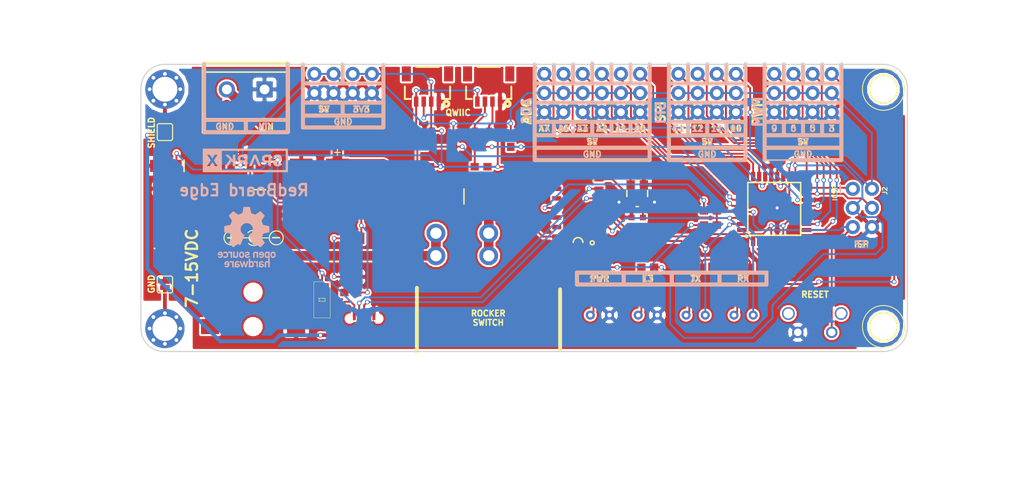
<source format=kicad_pcb>
(kicad_pcb (version 4) (host pcbnew 4.0.6)
  (layers (0 F.Cu signal) (31 B.Cu signal) (34 B.Paste user hide) (35 F.Paste user) (36 B.SilkS user) (37 F.SilkS user) (38 B.Mask user) (39 F.Mask user) (44 Edge.Cuts user))
  (net 0 "")
  (net 1 /AREF)
  (net 2 GND)
  (net 3 5V)
  (net 4 VIN)
  (net 5 3.3V)
  (net 6 /DTR)
  (net 7 /RESET)
  (net 8 "Net-(C9-Pad1)")
  (net 9 "Net-(C10-Pad1)")
  (net 10 "Net-(C11-Pad1)")
  (net 11 "Net-(D1-PadA)")
  (net 12 /RXI)
  (net 13 "Net-(D2-Pad2)")
  (net 14 /TXO)
  (net 15 "Net-(D3-Pad2)")
  (net 16 "Net-(IC3-Pad1)")
  (net 17 "Net-(J3-PadVIN0)")
  (net 18 "Net-(J4-PadD+)")
  (net 19 "Net-(J4-PadD-)")
  (net 20 /USBVCC)
  (net 21 /SCK)
  (net 22 "Net-(U1-Pad10)")
  (net 23 "Net-(U1-Pad11)")
  (net 24 "Net-(U1-Pad12)")
  (net 25 "Net-(U1-Pad14)")
  (net 26 "Net-(U1-Pad15)")
  (net 27 "Net-(U2-Pad4)")
  (net 28 /IO4)
  (net 29 "Net-(U4-Pad7)")
  (net 30 "Net-(U4-Pad8)")
  (net 31 /IO7)
  (net 32 /IO8)
  (net 33 /SS)
  (net 34 /MOSI)
  (net 35 /MISO)
  (net 36 /AD0)
  (net 37 /AD1)
  (net 38 /AD2)
  (net 39 /AD3)
  (net 40 /IO2)
  (net 41 /AD7)
  (net 42 /AD6)
  (net 43 /PWM9)
  (net 44 /PWM6)
  (net 45 /PWM5)
  (net 46 /PWM3)
  (net 47 /SDA)
  (net 48 /SCL)
  (net 49 /HI_SCL)
  (net 50 /HI_SDA)
  (net 51 "Net-(D4-Pad2)")
  (net 52 "Net-(D5-Pad2)")
  (net 53 /usb_shield)
  (net 54 "Net-(JP1-Pad1)")
  (net 55 "Net-(JP2-Pad1)")
  (net 56 "Net-(F1-Pad2)")
  (net 57 "Net-(J3-PadGND)")
  (module RedBoard:SPARKFUN-RESISTORS_0603 (layer F.Cu) (at 180.848 106.172)
    (fp_text reference R5)
    (fp_text value 1k)
    (pad 1 smd rect (at -0.84836 0) (size 1.09982 0.99822) (layers F.Cu F.Paste F.Mask) (net 13 "Net-(D2-Pad2)"))
    (pad 2 smd rect (at 0.84836 0) (size 1.09982 0.99822) (layers F.Cu F.Paste F.Mask) (net 5 3.3V))
  )
  (module RedBoard:SPARKFUN-RESISTORS_0603 (layer F.Cu) (at 174.498 106.172 180)
    (fp_text reference R6)
    (fp_text value 1k)
    (pad 1 smd rect (at -0.84836 0 180) (size 1.09982 0.99822) (layers F.Cu F.Paste F.Mask) (net 5 3.3V))
    (pad 2 smd rect (at 0.84836 0 180) (size 1.09982 0.99822) (layers F.Cu F.Paste F.Mask) (net 15 "Net-(D3-Pad2)"))
  )
  (module IC:SO16 (layer F.Cu) (at 158.877 97.663 90)
    (fp_text reference U1)
    (fp_text value CH340G)
    (pad 1 smd rect (at -4.445 2.79908 90) (size 0.59944 1.19888) (layers F.Cu F.Paste F.Mask) (net 2 GND))
    (pad 2 smd rect (at -3.175 2.79908 90) (size 0.59944 1.19888) (layers F.Cu F.Paste F.Mask) (net 12 /RXI))
    (pad 3 smd rect (at -1.905 2.79908 90) (size 0.59944 1.19888) (layers F.Cu F.Paste F.Mask) (net 14 /TXO))
    (pad 4 smd rect (at -0.635 2.79908 90) (size 0.59944 1.19888) (layers F.Cu F.Paste F.Mask) (net 10 "Net-(C11-Pad1)"))
    (pad 5 smd rect (at 0.635 2.79908 90) (size 0.59944 1.19888) (layers F.Cu F.Paste F.Mask) (net 18 "Net-(J4-PadD+)"))
    (pad 6 smd rect (at 1.905 2.79908 90) (size 0.59944 1.19888) (layers F.Cu F.Paste F.Mask) (net 19 "Net-(J4-PadD-)"))
    (pad 7 smd rect (at 3.175 2.79908 90) (size 0.59944 1.19888) (layers F.Cu F.Paste F.Mask) (net 8 "Net-(C9-Pad1)"))
    (pad 8 smd rect (at 4.445 2.79908 90) (size 0.59944 1.19888) (layers F.Cu F.Paste F.Mask) (net 9 "Net-(C10-Pad1)"))
    (pad 9 smd rect (at 4.445 -2.79908 90) (size 0.59944 1.19888) (layers F.Cu F.Paste F.Mask) (net 2 GND))
    (pad 10 smd rect (at 3.175 -2.79908 90) (size 0.59944 1.19888) (layers F.Cu F.Paste F.Mask) (net 22 "Net-(U1-Pad10)"))
    (pad 11 smd rect (at 1.905 -2.79908 90) (size 0.59944 1.19888) (layers F.Cu F.Paste F.Mask) (net 23 "Net-(U1-Pad11)"))
    (pad 12 smd rect (at 0.635 -2.79908 90) (size 0.59944 1.19888) (layers F.Cu F.Paste F.Mask) (net 24 "Net-(U1-Pad12)"))
    (pad 13 smd rect (at -0.635 -2.79908 90) (size 0.59944 1.19888) (layers F.Cu F.Paste F.Mask) (net 6 /DTR))
    (pad 14 smd rect (at -1.905 -2.79908 90) (size 0.59944 1.19888) (layers F.Cu F.Paste F.Mask) (net 25 "Net-(U1-Pad14)"))
    (pad 15 smd rect (at -3.175 -2.79908 90) (size 0.59944 1.19888) (layers F.Cu F.Paste F.Mask) (net 26 "Net-(U1-Pad15)"))
    (pad 16 smd rect (at -4.445 -2.79908 90) (size 0.59944 1.19888) (layers F.Cu F.Paste F.Mask) (net 5 3.3V))
  )
  (module RedBoard:SPARKFUN-RESISTORS_0603 (layer F.Cu) (at 161.798 106.172)
    (fp_text reference R2)
    (fp_text value 1k)
    (pad 1 smd rect (at -0.84836 0) (size 1.09982 0.99822) (layers F.Cu F.Paste F.Mask) (net 51 "Net-(D4-Pad2)"))
    (pad 2 smd rect (at 0.84836 0) (size 1.09982 0.99822) (layers F.Cu F.Paste F.Mask) (net 3 5V))
  )
  (module RedBoard:SPARKFUN-RESISTORS_0603 (layer F.Cu) (at 168.148 106.172 180)
    (fp_text reference R1)
    (fp_text value 1k)
    (pad 1 smd rect (at -0.84836 0 180) (size 1.09982 0.99822) (layers F.Cu F.Paste F.Mask) (net 21 /SCK))
    (pad 2 smd rect (at 0.84836 0 180) (size 1.09982 0.99822) (layers F.Cu F.Paste F.Mask) (net 52 "Net-(D5-Pad2)"))
  )
  (module RedBoard:SPARKFUN-CAPACITORS_0603 (layer F.Cu) (at 185.42 91.44 180)
    (fp_text reference C1)
    (fp_text value 0.1uF)
    (pad 1 smd rect (at -0.84836 0 180) (size 1.09982 0.99822) (layers F.Cu F.Paste F.Mask) (net 1 /AREF))
    (pad 2 smd rect (at 0.84836 0 180) (size 1.09982 0.99822) (layers F.Cu F.Paste F.Mask) (net 2 GND))
  )
  (module RedBoard:SPARKFUN-RESISTORS_0603 (layer F.Cu) (at 176.44364 100.584 180)
    (fp_text reference R3)
    (fp_text value 10k)
    (pad 1 smd rect (at -0.84836 0 180) (size 1.09982 0.99822) (layers F.Cu F.Paste F.Mask) (net 7 /RESET))
    (pad 2 smd rect (at 0.84836 0 180) (size 1.09982 0.99822) (layers F.Cu F.Paste F.Mask) (net 3 5V))
  )
  (module RedBoard:SPARKFUN-CAPACITORS_0603 (layer F.Cu) (at 176.44364 98.679)
    (fp_text reference C8)
    (fp_text value 0.1uF)
    (pad 1 smd rect (at -0.84836 0) (size 1.09982 0.99822) (layers F.Cu F.Paste F.Mask) (net 6 /DTR))
    (pad 2 smd rect (at 0.84836 0) (size 1.09982 0.99822) (layers F.Cu F.Paste F.Mask) (net 7 /RESET))
  )
  (module Capacitors_SMD:C_0603 (layer F.Cu) (at 166.751 101.092)
    (fp_text reference C11)
    (fp_text value 10nF)
    (pad 1 smd rect (at -0.75 0) (size 0.8 0.75) (layers F.Cu F.Paste F.Mask) (net 10 "Net-(C11-Pad1)"))
    (pad 2 smd rect (at 0.75 0) (size 0.8 0.75) (layers F.Cu F.Paste F.Mask) (net 2 GND))
  )
  (module Capacitors_SMD:C_0603 (layer F.Cu) (at 166.751 99.568 180)
    (fp_text reference C9)
    (fp_text value 10pF)
    (pad 1 smd rect (at -0.75 0 180) (size 0.8 0.75) (layers F.Cu F.Paste F.Mask) (net 8 "Net-(C9-Pad1)"))
    (pad 2 smd rect (at 0.75 0 180) (size 0.8 0.75) (layers F.Cu F.Paste F.Mask) (net 2 GND))
  )
  (module RedBoard:SPARKFUN-POWERIC_SOT23-5 (layer F.Cu) (at 104.3686 102.6668)
    (fp_text reference U2)
    (fp_text value MIC5205)
    (pad 1 smd rect (at -0.94996 1.29794) (size 0.54864 1.19888) (layers F.Cu F.Paste F.Mask) (net 3 5V))
    (pad 2 smd rect (at 0 1.29794) (size 0.54864 1.19888) (layers F.Cu F.Paste F.Mask) (net 2 GND))
    (pad 3 smd rect (at 0.94742 1.29794) (size 0.54864 1.19888) (layers F.Cu F.Paste F.Mask) (net 3 5V))
    (pad 4 smd rect (at 0.94742 -1.29794) (size 0.54864 1.19888) (layers F.Cu F.Paste F.Mask) (net 27 "Net-(U2-Pad4)"))
    (pad 5 smd rect (at -0.94996 -1.29794) (size 0.54864 1.19888) (layers F.Cu F.Paste F.Mask) (net 5 3.3V))
  )
  (module Capacitors_SMD:C_0603 (layer F.Cu) (at 104.406 98.298 180)
    (fp_text reference C12)
    (fp_text value 0.1uF)
    (pad 1 smd rect (at -0.75 0 180) (size 0.8 0.75) (layers F.Cu F.Paste F.Mask) (net 5 3.3V))
    (pad 2 smd rect (at 0.75 0 180) (size 0.8 0.75) (layers F.Cu F.Paste F.Mask) (net 2 GND))
  )
  (module Capacitors_SMD:C_0603 (layer F.Cu) (at 166.751 93.218)
    (fp_text reference C10)
    (fp_text value 10pF)
    (pad 1 smd rect (at -0.75 0) (size 0.8 0.75) (layers F.Cu F.Paste F.Mask) (net 9 "Net-(C10-Pad1)"))
    (pad 2 smd rect (at 0.75 0) (size 0.8 0.75) (layers F.Cu F.Paste F.Mask) (net 2 GND))
  )
  (module RedBoard:SPARKFUN-RESISTORS_0603 (layer F.Cu) (at 138.4554 92.837)
    (fp_text reference R7)
    (fp_text value 4.7k)
    (pad 1 smd rect (at -0.84836 0) (size 1.09982 0.99822) (layers F.Cu F.Paste F.Mask) (net 48 /SCL))
    (pad 2 smd rect (at 0.84836 0) (size 1.09982 0.99822) (layers F.Cu F.Paste F.Mask) (net 5 3.3V))
  )
  (module RedBoard:SPARKFUN-RESISTORS_0603 (layer F.Cu) (at 142.3924 89.32164 90)
    (fp_text reference R9)
    (fp_text value 4.7k)
    (pad 1 smd rect (at -0.84836 0 90) (size 1.09982 0.99822) (layers F.Cu F.Paste F.Mask) (net 49 /HI_SCL))
    (pad 2 smd rect (at 0.84836 0 90) (size 1.09982 0.99822) (layers F.Cu F.Paste F.Mask) (net 3 5V))
  )
  (module RedBoard:SPARKFUN-RESISTORS_0603 (layer F.Cu) (at 146.05 92.837)
    (fp_text reference R8)
    (fp_text value 4.7k)
    (pad 1 smd rect (at -0.84836 0) (size 1.09982 0.99822) (layers F.Cu F.Paste F.Mask) (net 47 /SDA))
    (pad 2 smd rect (at 0.84836 0) (size 1.09982 0.99822) (layers F.Cu F.Paste F.Mask) (net 5 3.3V))
  )
  (module RedBoard:SPARKFUN-RESISTORS_0603 (layer F.Cu) (at 149.987 89.34704 90)
    (fp_text reference R10)
    (fp_text value 4.7k)
    (pad 1 smd rect (at -0.84836 0 90) (size 1.09982 0.99822) (layers F.Cu F.Paste F.Mask) (net 50 /HI_SDA))
    (pad 2 smd rect (at 0.84836 0 90) (size 1.09982 0.99822) (layers F.Cu F.Paste F.Mask) (net 3 5V))
  )
  (module DiscreteSemi:SparkFun-DiscreteSemi-SOT23-3 (layer F.Cu) (at 146.16176 89.08542 180)
    (fp_text reference Q3)
    (fp_text value MOSFET-NCH-BSS138)
    (pad 1 smd rect (at -0.94996 0.99822 180) (size 0.79756 0.89916) (layers F.Cu F.Paste F.Mask) (net 5 3.3V))
    (pad 2 smd rect (at 0.94996 0.99822 180) (size 0.79756 0.89916) (layers F.Cu F.Paste F.Mask) (net 47 /SDA))
    (pad 3 smd rect (at 0 -1.09982 180) (size 0.79756 0.89916) (layers F.Cu F.Paste F.Mask) (net 50 /HI_SDA))
  )
  (module DiscreteSemi:SparkFun-DiscreteSemi-SOT23-3 (layer F.Cu) (at 138.557 89.07272 180)
    (fp_text reference Q2)
    (fp_text value MOSFET-NCH-BSS138)
    (pad 1 smd rect (at -0.94996 0.99822 180) (size 0.79756 0.89916) (layers F.Cu F.Paste F.Mask) (net 5 3.3V))
    (pad 2 smd rect (at 0.94996 0.99822 180) (size 0.79756 0.89916) (layers F.Cu F.Paste F.Mask) (net 48 /SCL))
    (pad 3 smd rect (at 0 -1.09982 180) (size 0.79756 0.89916) (layers F.Cu F.Paste F.Mask) (net 49 /HI_SCL))
  )
  (module RedBoard:SPARKFUN-RESISTORS_0603 (layer F.Cu) (at 128.778 109.5248)
    (fp_text reference R15)
    (fp_text value 240)
    (pad 1 smd rect (at -0.84836 0) (size 1.09982 0.99822) (layers F.Cu F.Paste F.Mask) (net 16 "Net-(IC3-Pad1)"))
    (pad 2 smd rect (at 0.84836 0) (size 1.09982 0.99822) (layers F.Cu F.Paste F.Mask) (net 3 5V))
  )
  (module RedBoard:SPARKFUN-RESISTORS_0603 (layer F.Cu) (at 128.778 107.442 180)
    (fp_text reference R14)
    (fp_text value 715)
    (pad 1 smd rect (at -0.84836 0 180) (size 1.09982 0.99822) (layers F.Cu F.Paste F.Mask) (net 2 GND))
    (pad 2 smd rect (at 0.84836 0 180) (size 1.09982 0.99822) (layers F.Cu F.Paste F.Mask) (net 16 "Net-(IC3-Pad1)"))
  )
  (module Connectors:USB-B-MICRO-SMD (layer F.Cu) (at 130.5433 115.189 90)
    (fp_text reference J4)
    (fp_text value microB)
    (pad D+ smd rect (at 2.72288 0 180) (size 0.39878 1.4478) (layers F.Cu F.Paste F.Mask) (net 18 "Net-(J4-PadD+)"))
    (pad D- smd rect (at 2.72288 -0.6477 180) (size 0.39878 1.4478) (layers F.Cu F.Paste F.Mask) (net 19 "Net-(J4-PadD-)"))
    (pad GND smd rect (at 2.72288 1.29794 180) (size 0.39878 1.4478) (layers F.Cu F.Paste F.Mask) (net 2 GND))
    (pad ID smd rect (at 2.72288 0.6477 180) (size 0.39878 1.4478) (layers F.Cu F.Paste F.Mask))
    (pad SHIE smd rect (at 0 -3.683 180) (size 1.79832 1.4986) (layers F.Cu F.Paste F.Mask) (net 53 /usb_shield))
    (pad SHIE smd rect (at 0 3.683 180) (size 1.79832 1.4986) (layers F.Cu F.Paste F.Mask) (net 53 /usb_shield))
    (pad SHIE smd rect (at 0 0 180) (size 2.49936 1.4986) (layers F.Cu F.Paste F.Mask) (net 53 /usb_shield))
    (pad VBUS smd rect (at 2.72288 -1.29794 180) (size 0.39878 1.4478) (layers F.Cu F.Paste F.Mask) (net 56 "Net-(F1-Pad2)"))
    (pad "" np_thru_hole circle (at 2.19964 -1.89992 90) (size 0.84836 0.84836) (drill 0.84836) (layers *.Cu *.Mask))
    (pad "" np_thru_hole circle (at 2.19964 1.89992 90) (size 0.84836 0.84836) (drill 0.84836) (layers *.Cu *.Mask))
  )
  (module RedBoard:TESTING_POWER_JACK_SMD_OVERPASTE_SUPER_BOMB_DIGITY (layer F.Cu) (at 115.824 114.046 90)
    (fp_text reference J3)
    (fp_text value POWER_JACKSUPER_BOMB_DIGITY)
    (pad GND smd rect (at 0 5.69976 90) (size 1.99898 2.39776) (layers F.Cu F.Paste F.Mask) (net 2 GND))
    (pad GND smd rect (at 6.09854 5.69976 90) (size 1.99898 2.39776) (layers F.Cu F.Paste F.Mask) (net 2 GND))
    (pad VIN0 smd rect (at 0 -5.69976 90) (size 1.99898 2.39776) (layers F.Cu F.Paste F.Mask) (net 17 "Net-(J3-PadVIN0)"))
    (pad VIN0 smd rect (at 6.09854 -5.69976 90) (size 1.99898 2.39776) (layers F.Cu F.Paste F.Mask) (net 17 "Net-(J3-PadVIN0)"))
    (pad "" np_thru_hole circle (at 0 0 90) (size 2.032 2.032) (drill 2.032) (layers *.Cu *.Mask))
    (pad "" np_thru_hole circle (at 4.572 0 90) (size 2.032 2.032) (drill 2.032) (layers *.Cu *.Mask))
  )
  (module RedBoard:SPARKFUN-DISCRETESEMI_SMA-DIODE (layer F.Cu) (at 144.78 96.774 180)
    (fp_text reference D1)
    (fp_text value MBRA140)
    (pad A smd rect (at -2.27584 0) (size 1.524 1.46812) (layers F.Cu F.Paste F.Mask) (net 11 "Net-(D1-PadA)"))
    (pad C smd rect (at 2.27584 0 180) (size 1.524 1.46812) (layers F.Cu F.Paste F.Mask) (net 4 VIN))
  )
  (module RedBoard:SPARKFUN-CAPACITORS_PANASONIC_D (layer F.Cu) (at 124.60224 92.456)
    (fp_text reference C5)
    (fp_text value 47uF)
    (fp_text user + (at 2.4 -1.6) (layer F.SilkS))
    (pad + smd rect (at 2.39776 0) (size 2.99974 1.39954) (layers F.Cu F.Paste F.Mask) (net 4 VIN))
    (pad - smd rect (at -2.39776 0) (size 2.99974 1.39954) (layers F.Cu F.Paste F.Mask) (net 2 GND))
  )
  (module RedBoard:TESTING_SOT223-ALT1 (layer F.Cu) (at 130.175 99.314)
    (fp_text reference IC3)
    (fp_text value LM1117)
    (pad 1 smd rect (at -2.27076 3.02006) (size 0.8128 1.524) (layers F.Cu F.Paste F.Mask) (net 16 "Net-(IC3-Pad1)"))
    (pad 2 smd rect (at 0 3.02006) (size 0.8128 1.524) (layers F.Cu F.Paste F.Mask) (net 3 5V))
    (pad 3 smd rect (at 2.286 3.02006) (size 0.8128 1.524) (layers F.Cu F.Paste F.Mask) (net 4 VIN))
    (pad 4 smd rect (at 0 -2.91846) (size 3.1242 1.905) (layers F.Cu F.Paste F.Mask) (net 3 5V))
  )
  (module RedBoard:SPARKFUN-CAPACITORS_0603 (layer F.Cu) (at 120.65 98.425 90)
    (fp_text reference C2)
    (fp_text value 0.1uF)
    (pad 1 smd rect (at -0.84836 0 90) (size 1.09982 0.99822) (layers F.Cu F.Paste F.Mask) (net 2 GND))
    (pad 2 smd rect (at 0.84836 0 90) (size 1.09982 0.99822) (layers F.Cu F.Paste F.Mask) (net 3 5V))
  )
  (module RedBoard:SPARKFUN-CAPACITORS_0603 (layer F.Cu) (at 112.903 98.425 270)
    (fp_text reference C4)
    (fp_text value 0.1uF)
    (pad 1 smd rect (at -0.84836 0 270) (size 1.09982 0.99822) (layers F.Cu F.Paste F.Mask) (net 3 5V))
    (pad 2 smd rect (at 0.84836 0 270) (size 1.09982 0.99822) (layers F.Cu F.Paste F.Mask) (net 2 GND))
  )
  (module RedBoard:SPARKFUN-DISCRETESEMI_SOT23-3 (layer F.Cu) (at 116.44122 91.88196 270)
    (fp_text reference Q1)
    (fp_text value 1A/60V/500mO)
    (pad 1 smd rect (at -0.94996 0.99822 270) (size 0.79756 0.89916) (layers F.Cu F.Paste F.Mask) (net 2 GND))
    (pad 2 smd rect (at 0.94742 0.99822 270) (size 0.79756 0.89916) (layers F.Cu F.Paste F.Mask) (net 3 5V))
    (pad 3 smd rect (at 0 -1.09982 270) (size 0.79756 0.89916) (layers F.Cu F.Paste F.Mask) (net 20 /USBVCC))
  )
  (module RedBoard:SPARKFUN-RESISTORS_0603 (layer F.Cu) (at 112.903 91.78036 270)
    (fp_text reference R4)
    (fp_text value 10k)
    (pad 1 smd rect (at -0.84836 0 270) (size 1.09982 0.99822) (layers F.Cu F.Paste F.Mask) (net 57 "Net-(J3-PadGND)"))
    (pad 2 smd rect (at 0.84836 0 270) (size 1.09982 0.99822) (layers F.Cu F.Paste F.Mask) (net 3 5V))
  )
  (module RedBoard:SPARKFUN-CAPACITORS_0603 (layer F.Cu) (at 104.30764 95.758 180)
    (fp_text reference C7)
    (fp_text value 1.0uF)
    (pad 1 smd rect (at -0.84836 0 180) (size 1.09982 0.99822) (layers F.Cu F.Paste F.Mask) (net 5 3.3V))
    (pad 2 smd rect (at 0.84836 0 180) (size 1.09982 0.99822) (layers F.Cu F.Paste F.Mask) (net 2 GND))
  )
  (module RedBoard:SPARKFUN-CLOCKS_RESONATOR-SMD-3.2X1.3 (layer F.Cu) (at 186.055 106.299)
    (fp_text reference Y1)
    (fp_text value 16MHz)
    (pad 1 smd oval (at -1.19888 0) (size 0.44958 1.905) (layers F.Cu F.Paste F.Mask) (net 29 "Net-(U4-Pad7)"))
    (pad 2 smd oval (at 0 0) (size 0.44958 1.905) (layers F.Cu F.Paste F.Mask) (net 2 GND))
    (pad 3 smd oval (at 1.19888 0) (size 0.44958 1.905) (layers F.Cu F.Paste F.Mask) (net 30 "Net-(U4-Pad8)"))
  )
  (module Connectors:1X04 (layer F.Cu) (at 184.912 85.598)
    (fp_text reference GND2)
    (fp_text value CONN_04)
    (pad 1 thru_hole circle (at 0 0) (size 1.8796 1.8796) (drill 1.016) (layers *.Cu *.Mask) (net 2 GND))
    (pad 2 thru_hole circle (at 2.54 0) (size 1.8796 1.8796) (drill 1.016) (layers *.Cu *.Mask) (net 2 GND))
    (pad 3 thru_hole circle (at 5.08 0) (size 1.8796 1.8796) (drill 1.016) (layers *.Cu *.Mask) (net 2 GND))
    (pad 4 thru_hole circle (at 7.62 0) (size 1.8796 1.8796) (drill 1.016) (layers *.Cu *.Mask) (net 2 GND))
  )
  (module Connectors:1X04 (layer F.Cu) (at 184.912 83.058)
    (fp_text reference 5V2)
    (fp_text value CONN_04)
    (pad 1 thru_hole circle (at 0 0) (size 1.8796 1.8796) (drill 1.016) (layers *.Cu *.Mask) (net 3 5V))
    (pad 2 thru_hole circle (at 2.54 0) (size 1.8796 1.8796) (drill 1.016) (layers *.Cu *.Mask) (net 3 5V))
    (pad 3 thru_hole circle (at 5.08 0) (size 1.8796 1.8796) (drill 1.016) (layers *.Cu *.Mask) (net 3 5V))
    (pad 4 thru_hole circle (at 7.62 0) (size 1.8796 1.8796) (drill 1.016) (layers *.Cu *.Mask) (net 3 5V))
  )
  (module Connectors:1X04 (layer F.Cu) (at 184.912 80.518)
    (fp_text reference PWM1)
    (fp_text value CONN_04)
    (pad 1 thru_hole circle (at 0 0) (size 1.8796 1.8796) (drill 1.016) (layers *.Cu *.Mask) (net 43 /PWM9))
    (pad 2 thru_hole circle (at 2.54 0) (size 1.8796 1.8796) (drill 1.016) (layers *.Cu *.Mask) (net 44 /PWM6))
    (pad 3 thru_hole circle (at 5.08 0) (size 1.8796 1.8796) (drill 1.016) (layers *.Cu *.Mask) (net 45 /PWM5))
    (pad 4 thru_hole circle (at 7.62 0) (size 1.8796 1.8796) (drill 1.016) (layers *.Cu *.Mask) (net 46 /PWM3))
  )
  (module Connectors:1X04 (layer F.Cu) (at 172.212 85.598)
    (fp_text reference GND3)
    (fp_text value CONN_04)
    (pad 1 thru_hole circle (at 0 0) (size 1.8796 1.8796) (drill 1.016) (layers *.Cu *.Mask) (net 2 GND))
    (pad 2 thru_hole circle (at 2.54 0) (size 1.8796 1.8796) (drill 1.016) (layers *.Cu *.Mask) (net 2 GND))
    (pad 3 thru_hole circle (at 5.08 0) (size 1.8796 1.8796) (drill 1.016) (layers *.Cu *.Mask) (net 2 GND))
    (pad 4 thru_hole circle (at 7.62 0) (size 1.8796 1.8796) (drill 1.016) (layers *.Cu *.Mask) (net 2 GND))
  )
  (module Connectors:1X04 (layer F.Cu) (at 172.212 83.058)
    (fp_text reference 5V3)
    (fp_text value CONN_04)
    (pad 1 thru_hole circle (at 0 0) (size 1.8796 1.8796) (drill 1.016) (layers *.Cu *.Mask) (net 3 5V))
    (pad 2 thru_hole circle (at 2.54 0) (size 1.8796 1.8796) (drill 1.016) (layers *.Cu *.Mask) (net 3 5V))
    (pad 3 thru_hole circle (at 5.08 0) (size 1.8796 1.8796) (drill 1.016) (layers *.Cu *.Mask) (net 3 5V))
    (pad 4 thru_hole circle (at 7.62 0) (size 1.8796 1.8796) (drill 1.016) (layers *.Cu *.Mask) (net 3 5V))
  )
  (module Connectors:1X04 (layer F.Cu) (at 172.212 80.518)
    (fp_text reference SPI1)
    (fp_text value CONN_04)
    (pad 1 thru_hole circle (at 0 0) (size 1.8796 1.8796) (drill 1.016) (layers *.Cu *.Mask) (net 21 /SCK))
    (pad 2 thru_hole circle (at 2.54 0) (size 1.8796 1.8796) (drill 1.016) (layers *.Cu *.Mask) (net 35 /MISO))
    (pad 3 thru_hole circle (at 5.08 0) (size 1.8796 1.8796) (drill 1.016) (layers *.Cu *.Mask) (net 34 /MOSI))
    (pad 4 thru_hole circle (at 7.62 0) (size 1.8796 1.8796) (drill 1.016) (layers *.Cu *.Mask) (net 33 /SS))
  )
  (module Connectors:1X06 (layer F.Cu) (at 154.432 85.598)
    (fp_text reference GND1)
    (fp_text value CONN_06SILK_FEMALE_PTH)
    (pad 1 thru_hole circle (at 0 0) (size 1.8796 1.8796) (drill 1.016) (layers *.Cu *.Mask) (net 2 GND))
    (pad 2 thru_hole circle (at 2.54 0) (size 1.8796 1.8796) (drill 1.016) (layers *.Cu *.Mask) (net 2 GND))
    (pad 3 thru_hole circle (at 5.08 0) (size 1.8796 1.8796) (drill 1.016) (layers *.Cu *.Mask) (net 2 GND))
    (pad 4 thru_hole circle (at 7.62 0) (size 1.8796 1.8796) (drill 1.016) (layers *.Cu *.Mask) (net 2 GND))
    (pad 5 thru_hole circle (at 10.16 0) (size 1.8796 1.8796) (drill 1.016) (layers *.Cu *.Mask) (net 2 GND))
    (pad 6 thru_hole circle (at 12.7 0) (size 1.8796 1.8796) (drill 1.016) (layers *.Cu *.Mask) (net 2 GND))
  )
  (module Connectors:1X06 (layer F.Cu) (at 154.432 83.058)
    (fp_text reference 5V1)
    (fp_text value CONN_06SILK_FEMALE_PTH)
    (pad 1 thru_hole circle (at 0 0) (size 1.8796 1.8796) (drill 1.016) (layers *.Cu *.Mask) (net 3 5V))
    (pad 2 thru_hole circle (at 2.54 0) (size 1.8796 1.8796) (drill 1.016) (layers *.Cu *.Mask) (net 3 5V))
    (pad 3 thru_hole circle (at 5.08 0) (size 1.8796 1.8796) (drill 1.016) (layers *.Cu *.Mask) (net 3 5V))
    (pad 4 thru_hole circle (at 7.62 0) (size 1.8796 1.8796) (drill 1.016) (layers *.Cu *.Mask) (net 3 5V))
    (pad 5 thru_hole circle (at 10.16 0) (size 1.8796 1.8796) (drill 1.016) (layers *.Cu *.Mask) (net 3 5V))
    (pad 6 thru_hole circle (at 12.7 0) (size 1.8796 1.8796) (drill 1.016) (layers *.Cu *.Mask) (net 3 5V))
  )
  (module Connectors:1X06 (layer F.Cu) (at 154.432 80.518)
    (fp_text reference ADC1)
    (fp_text value CONN_06SILK_FEMALE_PTH)
    (pad 1 thru_hole circle (at 0 0) (size 1.8796 1.8796) (drill 1.016) (layers *.Cu *.Mask) (net 41 /AD7))
    (pad 2 thru_hole circle (at 2.54 0) (size 1.8796 1.8796) (drill 1.016) (layers *.Cu *.Mask) (net 42 /AD6))
    (pad 3 thru_hole circle (at 5.08 0) (size 1.8796 1.8796) (drill 1.016) (layers *.Cu *.Mask) (net 39 /AD3))
    (pad 4 thru_hole circle (at 7.62 0) (size 1.8796 1.8796) (drill 1.016) (layers *.Cu *.Mask) (net 38 /AD2))
    (pad 5 thru_hole circle (at 10.16 0) (size 1.8796 1.8796) (drill 1.016) (layers *.Cu *.Mask) (net 37 /AD1))
    (pad 6 thru_hole circle (at 12.7 0) (size 1.8796 1.8796) (drill 1.016) (layers *.Cu *.Mask) (net 36 /AD0))
  )
  (module Connectors:1X04 (layer F.Cu) (at 123.952 83.058)
    (fp_text reference J6)
    (fp_text value CONN_04)
    (pad 1 thru_hole circle (at 0 0) (size 1.8796 1.8796) (drill 1.016) (layers *.Cu *.Mask) (net 2 GND))
    (pad 2 thru_hole circle (at 2.54 0) (size 1.8796 1.8796) (drill 1.016) (layers *.Cu *.Mask) (net 2 GND))
    (pad 3 thru_hole circle (at 5.08 0) (size 1.8796 1.8796) (drill 1.016) (layers *.Cu *.Mask) (net 2 GND))
    (pad 4 thru_hole circle (at 7.62 0) (size 1.8796 1.8796) (drill 1.016) (layers *.Cu *.Mask) (net 2 GND))
  )
  (module Connectors:1X04 (layer F.Cu) (at 131.572 80.518 180)
    (fp_text reference J5)
    (fp_text value CONN_04)
    (pad 1 thru_hole circle (at 0 0 180) (size 1.8796 1.8796) (drill 1.016) (layers *.Cu *.Mask) (net 5 3.3V))
    (pad 2 thru_hole circle (at 2.54 0 180) (size 1.8796 1.8796) (drill 1.016) (layers *.Cu *.Mask) (net 5 3.3V))
    (pad 3 thru_hole circle (at 5.08 0 180) (size 1.8796 1.8796) (drill 1.016) (layers *.Cu *.Mask) (net 3 5V))
    (pad 4 thru_hole circle (at 7.62 0 180) (size 1.8796 1.8796) (drill 1.016) (layers *.Cu *.Mask) (net 3 5V))
  )
  (module NewParts:RockerSwitch_RA (layer F.Cu) (at 147.066 117.648 180)
    (fp_text reference S2)
    (fp_text value SWITCH-SPDT-PTH-11.6X4.0MM)
    (pad 1 thru_hole circle (at 0 16 180) (size 2.5 2.5) (drill 1.5) (layers *.Cu *.Mask) (net 11 "Net-(D1-PadA)"))
    (pad 2 thru_hole circle (at 7 16 180) (size 2.5 2.5) (drill 1.5) (layers *.Cu *.Mask) (net 17 "Net-(J3-PadVIN0)"))
    (pad 1 thru_hole circle (at 0 13 180) (size 2.5 2.5) (drill 1.5) (layers *.Cu *.Mask) (net 11 "Net-(D1-PadA)"))
    (pad 2 thru_hole circle (at 7 13 180) (size 2.5 2.5) (drill 1.5) (layers *.Cu *.Mask) (net 17 "Net-(J3-PadVIN0)"))
  )
  (module NewParts:SWITCH_TACTILE_SPST-NO_0.05A_12V (layer F.Cu) (at 190.282 112.308)
    (fp_text reference S1)
    (fp_text value RESET)
    (pad NC thru_hole circle (at 3.5 0) (size 1.7 1.7) (drill 1.3) (layers *.Cu *.Mask))
    (pad 3 thru_hole circle (at 2.25 2.5) (size 1.524 1.524) (drill 1) (layers *.Cu *.Mask) (net 7 /RESET))
    (pad 1 thru_hole circle (at -2.25 2.5) (size 1.524 1.524) (drill 1) (layers *.Cu *.Mask) (net 2 GND))
    (pad NC thru_hole circle (at -3.5 0) (size 1.7 1.7) (drill 1.3) (layers *.Cu *.Mask))
  )
  (module RedBoard:SPARKFUN-CAPACITORS_EIA3216 (layer F.Cu) (at 116.713 98.29546 90)
    (fp_text reference C3)
    (fp_text value 10uF)
    (pad + smd rect (at 1.39954 0 180) (size 1.59766 1.39954) (layers F.Cu F.Paste F.Mask) (net 3 5V))
    (pad - smd rect (at -1.39954 0 180) (size 1.59766 1.39954) (layers F.Cu F.Paste F.Mask) (net 2 GND))
  )
  (module RedBoard:SPARKFUN-CAPACITORS_EIA3216 (layer F.Cu) (at 104.26446 92.71)
    (fp_text reference C6)
    (fp_text value 10uF)
    (pad + smd rect (at 1.39954 0 90) (size 1.59766 1.39954) (layers F.Cu F.Paste F.Mask) (net 5 3.3V))
    (pad - smd rect (at -1.39954 0 90) (size 1.59766 1.39954) (layers F.Cu F.Paste F.Mask) (net 2 GND))
  )
  (module NewParts:LED_RED_T1-.75_RT_ANG_PCB (layer F.Cu) (at 180.848 112.522)
    (fp_text reference D2)
    (fp_text value Green)
    (pad 1 thru_hole circle (at 1.27 0) (size 1.2 1.2) (drill 0.6) (layers *.Cu *.Mask) (net 12 /RXI))
    (pad 2 thru_hole circle (at -1.27 0) (size 1.2 1.2) (drill 0.6) (layers *.Cu *.Mask) (net 13 "Net-(D2-Pad2)"))
  )
  (module NewParts:LED_RED_T1-.75_RT_ANG_PCB (layer F.Cu) (at 174.498 112.522)
    (fp_text reference D3)
    (fp_text value Yellow)
    (pad 1 thru_hole circle (at 1.27 0) (size 1.2 1.2) (drill 0.6) (layers *.Cu *.Mask) (net 14 /TXO))
    (pad 2 thru_hole circle (at -1.27 0) (size 1.2 1.2) (drill 0.6) (layers *.Cu *.Mask) (net 15 "Net-(D3-Pad2)"))
  )
  (module RedBoard:SPARKFUN_STAND-OFF (layer F.Cu) (at 199.39 114.046)
    (fp_text reference JP4)
    (fp_text value STAND-OFF)
    (pad "" np_thru_hole circle (at 0 0) (size 3.302 3.302) (drill 3.302) (layers *.Cu *.Mask))
  )
  (module RedBoard:SPARKFUN_STAND-OFF (layer F.Cu) (at 199.39 82.55)
    (fp_text reference JP6)
    (fp_text value STAND-OFF)
    (pad "" np_thru_hole circle (at 0 0) (size 3.302 3.302) (drill 3.302) (layers *.Cu *.Mask))
  )
  (module RedBoard:SPARKFUN_FIDUCIAL-1X2 (layer F.Cu) (at 107.5055 85.852)
    (fp_text reference JP8)
    (fp_text value FIDUCIAL1X2)
    (pad 1 smd circle (at 0 0) (size 0.99822 0.99822) (layers F.Cu F.Paste F.Mask))
  )
  (module RedBoard:SPARKFUN_FIDUCIAL-1X2 (layer F.Cu) (at 196.342 110.744)
    (fp_text reference JP9)
    (fp_text value FIDUCIAL1X2)
    (pad 1 smd circle (at 0 0) (size 0.99822 0.99822) (layers F.Cu F.Paste F.Mask))
  )
  (module RedBoard:SPARKFUN-IC-MICROCONTROLLER_TQFP32-08 (layer F.Cu) (at 184.912 98.425 90)
    (fp_text reference U4)
    (fp_text value ATMEGA328P_TQFP)
    (pad 1 smd rect (at -4.2926 -2.79908 90) (size 1.27 0.5588) (layers F.Cu F.Paste F.Mask) (net 46 /PWM3))
    (pad 2 smd rect (at -4.2926 -1.99898 90) (size 1.27 0.5588) (layers F.Cu F.Paste F.Mask) (net 28 /IO4))
    (pad 3 smd rect (at -4.2926 -1.19888 90) (size 1.27 0.5588) (layers F.Cu F.Paste F.Mask) (net 2 GND))
    (pad 4 smd rect (at -4.2926 -0.39878 90) (size 1.27 0.5588) (layers F.Cu F.Paste F.Mask) (net 3 5V))
    (pad 5 smd rect (at -4.2926 0.39878 90) (size 1.27 0.5588) (layers F.Cu F.Paste F.Mask) (net 2 GND))
    (pad 6 smd rect (at -4.2926 1.19888 90) (size 1.27 0.5588) (layers F.Cu F.Paste F.Mask) (net 3 5V))
    (pad 7 smd rect (at -4.2926 1.99898 90) (size 1.27 0.5588) (layers F.Cu F.Paste F.Mask) (net 29 "Net-(U4-Pad7)"))
    (pad 8 smd rect (at -4.2926 2.79908 90) (size 1.27 0.5588) (layers F.Cu F.Paste F.Mask) (net 30 "Net-(U4-Pad8)"))
    (pad 9 smd rect (at -2.79908 4.2926 90) (size 0.5588 1.27) (layers F.Cu F.Paste F.Mask) (net 45 /PWM5))
    (pad 10 smd rect (at -1.99898 4.2926 90) (size 0.5588 1.27) (layers F.Cu F.Paste F.Mask) (net 44 /PWM6))
    (pad 11 smd rect (at -1.19888 4.2926 90) (size 0.5588 1.27) (layers F.Cu F.Paste F.Mask) (net 31 /IO7))
    (pad 12 smd rect (at -0.39878 4.2926 90) (size 0.5588 1.27) (layers F.Cu F.Paste F.Mask) (net 32 /IO8))
    (pad 13 smd rect (at 0.39878 4.2926 90) (size 0.5588 1.27) (layers F.Cu F.Paste F.Mask) (net 43 /PWM9))
    (pad 14 smd rect (at 1.19888 4.2926 90) (size 0.5588 1.27) (layers F.Cu F.Paste F.Mask) (net 33 /SS))
    (pad 15 smd rect (at 1.99898 4.2926 90) (size 0.5588 1.27) (layers F.Cu F.Paste F.Mask) (net 34 /MOSI))
    (pad 16 smd rect (at 2.79908 4.2926 90) (size 0.5588 1.27) (layers F.Cu F.Paste F.Mask) (net 35 /MISO))
    (pad 17 smd rect (at 4.29006 2.79908 90) (size 1.27 0.5588) (layers F.Cu F.Paste F.Mask) (net 21 /SCK))
    (pad 18 smd rect (at 4.29006 1.99898 90) (size 1.27 0.5588) (layers F.Cu F.Paste F.Mask) (net 3 5V))
    (pad 19 smd rect (at 4.29006 1.19888 90) (size 1.27 0.5588) (layers F.Cu F.Paste F.Mask) (net 42 /AD6))
    (pad 20 smd rect (at 4.29006 0.39878 90) (size 1.27 0.5588) (layers F.Cu F.Paste F.Mask) (net 1 /AREF))
    (pad 21 smd rect (at 4.29006 -0.39878 90) (size 1.27 0.5588) (layers F.Cu F.Paste F.Mask) (net 2 GND))
    (pad 22 smd rect (at 4.29006 -1.19888 90) (size 1.27 0.5588) (layers F.Cu F.Paste F.Mask) (net 41 /AD7))
    (pad 23 smd rect (at 4.29006 -1.99898 90) (size 1.27 0.5588) (layers F.Cu F.Paste F.Mask) (net 36 /AD0))
    (pad 24 smd rect (at 4.29006 -2.79908 90) (size 1.27 0.5588) (layers F.Cu F.Paste F.Mask) (net 37 /AD1))
    (pad 25 smd rect (at 2.79908 -4.29006 90) (size 0.5588 1.27) (layers F.Cu F.Paste F.Mask) (net 38 /AD2))
    (pad 26 smd rect (at 1.99898 -4.29006 90) (size 0.5588 1.27) (layers F.Cu F.Paste F.Mask) (net 39 /AD3))
    (pad 27 smd rect (at 1.19888 -4.29006 90) (size 0.5588 1.27) (layers F.Cu F.Paste F.Mask) (net 50 /HI_SDA))
    (pad 28 smd rect (at 0.39878 -4.29006 90) (size 0.5588 1.27) (layers F.Cu F.Paste F.Mask) (net 49 /HI_SCL))
    (pad 29 smd rect (at -0.39878 -4.29006 90) (size 0.5588 1.27) (layers F.Cu F.Paste F.Mask) (net 7 /RESET))
    (pad 30 smd rect (at -1.19888 -4.29006 90) (size 0.5588 1.27) (layers F.Cu F.Paste F.Mask) (net 12 /RXI))
    (pad 31 smd rect (at -1.99898 -4.29006 90) (size 0.5588 1.27) (layers F.Cu F.Paste F.Mask) (net 14 /TXO))
    (pad 32 smd rect (at -2.79908 -4.29006 90) (size 0.5588 1.27) (layers F.Cu F.Paste F.Mask) (net 40 /IO2))
  )
  (module Clocks:CRYSTAL-SMD-3.2X2.5MM (layer F.Cu) (at 166.751 96.393 270)
    (fp_text reference Y2)
    (fp_text value 12MHz)
    (pad 1 smd rect (at -1.17348 0.87376 90) (size 1.19888 1.09982) (layers F.Cu F.Paste F.Mask) (net 9 "Net-(C10-Pad1)"))
    (pad 2 smd rect (at 1.17348 0.87376 270) (size 1.19888 1.09982) (layers F.Cu F.Paste F.Mask) (net 2 GND))
    (pad 3 smd rect (at 1.17348 -0.87376 270) (size 1.19888 1.09982) (layers F.Cu F.Paste F.Mask) (net 8 "Net-(C9-Pad1)"))
    (pad 4 smd rect (at -1.17348 -0.87376 90) (size 1.19888 1.09982) (layers F.Cu F.Paste F.Mask) (net 2 GND))
  )
  (module NewParts:LED_RED_T1-.75_RT_ANG_PCB (layer F.Cu) (at 161.798 112.522)
    (fp_text reference D4)
    (fp_text value Red)
    (pad 1 thru_hole circle (at 1.27 0) (size 1.2 1.2) (drill 0.6) (layers *.Cu *.Mask) (net 2 GND))
    (pad 2 thru_hole circle (at -1.27 0) (size 1.2 1.2) (drill 0.6) (layers *.Cu *.Mask) (net 51 "Net-(D4-Pad2)"))
  )
  (module NewParts:LED_RED_T1-.75_RT_ANG_PCB (layer F.Cu) (at 168.148 112.522)
    (fp_text reference D5)
    (fp_text value Blue)
    (pad 1 thru_hole circle (at 1.27 0) (size 1.2 1.2) (drill 0.6) (layers *.Cu *.Mask) (net 2 GND))
    (pad 2 thru_hole circle (at -1.27 0) (size 1.2 1.2) (drill 0.6) (layers *.Cu *.Mask) (net 52 "Net-(D5-Pad2)"))
  )
  (module SparkX:SparkX-1X04_1MM_RA (layer F.Cu) (at 147.06092 84.19084 180)
    (fp_text reference J17)
    (fp_text value Qwiic_Connector)
    (pad 1 smd rect (at -1.4986 0 180) (size 0.59944 1.34874) (layers F.Cu F.Paste F.Mask) (net 2 GND))
    (pad 2 smd rect (at -0.49784 0 180) (size 0.59944 1.34874) (layers F.Cu F.Paste F.Mask) (net 5 3.3V))
    (pad 3 smd rect (at 0.49784 0 180) (size 0.59944 1.34874) (layers F.Cu F.Paste F.Mask) (net 47 /SDA))
    (pad 4 smd rect (at 1.4986 0 180) (size 0.59944 1.34874) (layers F.Cu F.Paste F.Mask) (net 48 /SCL))
    (pad NC1 smd rect (at 2.79908 3.67284 180) (size 1.19888 1.99898) (layers F.Cu F.Paste F.Mask))
    (pad NC2 smd rect (at -2.79908 3.67284 180) (size 1.19888 1.99898) (layers F.Cu F.Paste F.Mask))
  )
  (module SparkX:SparkX-1X04_1MM_RA (layer F.Cu) (at 138.94308 84.19084 180)
    (fp_text reference J18)
    (fp_text value Qwiic_Connector)
    (pad 1 smd rect (at -1.4986 0 180) (size 0.59944 1.34874) (layers F.Cu F.Paste F.Mask) (net 2 GND))
    (pad 2 smd rect (at -0.49784 0 180) (size 0.59944 1.34874) (layers F.Cu F.Paste F.Mask) (net 5 3.3V))
    (pad 3 smd rect (at 0.49784 0 180) (size 0.59944 1.34874) (layers F.Cu F.Paste F.Mask) (net 47 /SDA))
    (pad 4 smd rect (at 1.4986 0 180) (size 0.59944 1.34874) (layers F.Cu F.Paste F.Mask) (net 48 /SCL))
    (pad NC1 smd rect (at 2.79908 3.67284 180) (size 1.19888 1.99898) (layers F.Cu F.Paste F.Mask))
    (pad NC2 smd rect (at -2.79908 3.67284 180) (size 1.19888 1.99898) (layers F.Cu F.Paste F.Mask))
  )
  (module Connectors:SCREWTERMINAL-5MM-2 (layer F.Cu) (at 117.348 82.5754 180)
    (fp_text reference J1)
    (fp_text value CONN_025MM)
    (pad 1 thru_hole rect (at 0 0 180) (size 2.15 2.15) (drill 1.29794) (layers *.Cu *.Mask) (net 2 GND))
    (pad 2 thru_hole circle (at 4.99872 0 180) (size 2.15 2.15) (drill 1.29794) (layers *.Cu *.Mask) (net 4 VIN))
  )
  (module Jumpers:SMT-JUMPER_2_NO_SILK (layer F.Cu) (at 104.14 88.2396 270)
    (fp_text reference JP1)
    (fp_text value JUMPER-SMT_2_NO_SILK)
    (pad 1 smd rect (at -0.4064 0 270) (size 0.635 1.27) (layers F.Cu F.Paste F.Mask) (net 54 "Net-(JP1-Pad1)"))
    (pad 2 smd rect (at 0.4064 0 270) (size 0.635 1.27) (layers F.Cu F.Paste F.Mask) (net 53 /usb_shield))
  )
  (module Jumpers:SMT-JUMPER_2_NO_SILK (layer F.Cu) (at 104.14 108.458 90)
    (fp_text reference JP2)
    (fp_text value JUMPER-SMT_2_NO_SILK)
    (pad 1 smd rect (at -0.4064 0 90) (size 0.635 1.27) (layers F.Cu F.Paste F.Mask) (net 55 "Net-(JP2-Pad1)"))
    (pad 2 smd rect (at 0.4064 0 90) (size 0.635 1.27) (layers F.Cu F.Paste F.Mask) (net 2 GND))
  )
  (module NewParts:Standoff_Grounding (layer F.Cu) (at 104.14 82.55)
    (fp_text reference U3)
    (fp_text value Standoff_Grounding)
    (pad 1 thru_hole circle (at 0 0) (size 5.2 5.2) (drill 3.302) (layers *.Cu *.Mask) (net 54 "Net-(JP1-Pad1)"))
    (pad 1 thru_hole circle (at 2.032 0) (size 0.5 0.5) (drill 0.5) (layers *.Cu *.Mask) (net 54 "Net-(JP1-Pad1)"))
    (pad 1 thru_hole circle (at -2.032 0) (size 0.5 0.5) (drill 0.5) (layers *.Cu *.Mask) (net 54 "Net-(JP1-Pad1)"))
    (pad 1 thru_hole circle (at 0 -2.032) (size 0.5 0.5) (drill 0.5) (layers *.Cu *.Mask) (net 54 "Net-(JP1-Pad1)"))
    (pad 1 thru_hole circle (at 0 2.032) (size 0.5 0.5) (drill 0.5) (layers *.Cu *.Mask) (net 54 "Net-(JP1-Pad1)"))
    (pad 1 thru_hole circle (at 1.524 1.524) (size 0.5 0.5) (drill 0.5) (layers *.Cu *.Mask) (net 54 "Net-(JP1-Pad1)"))
    (pad 1 thru_hole circle (at 1.524 -1.524) (size 0.5 0.5) (drill 0.5) (layers *.Cu *.Mask) (net 54 "Net-(JP1-Pad1)"))
    (pad 1 thru_hole circle (at -1.524 -1.524) (size 0.5 0.5) (drill 0.5) (layers *.Cu *.Mask) (net 54 "Net-(JP1-Pad1)"))
    (pad 1 thru_hole circle (at -1.524 1.524) (size 0.5 0.5) (drill 0.5) (layers *.Cu *.Mask) (net 54 "Net-(JP1-Pad1)"))
  )
  (module NewParts:Standoff_Grounding (layer F.Cu) (at 104.14 114.3)
    (fp_text reference U5)
    (fp_text value Standoff_Grounding)
    (pad 1 thru_hole circle (at 0 0) (size 5.2 5.2) (drill 3.302) (layers *.Cu *.Mask) (net 55 "Net-(JP2-Pad1)"))
    (pad 1 thru_hole circle (at 2.032 0) (size 0.5 0.5) (drill 0.5) (layers *.Cu *.Mask) (net 55 "Net-(JP2-Pad1)"))
    (pad 1 thru_hole circle (at -2.032 0) (size 0.5 0.5) (drill 0.5) (layers *.Cu *.Mask) (net 55 "Net-(JP2-Pad1)"))
    (pad 1 thru_hole circle (at 0 -2.032) (size 0.5 0.5) (drill 0.5) (layers *.Cu *.Mask) (net 55 "Net-(JP2-Pad1)"))
    (pad 1 thru_hole circle (at 0 2.032) (size 0.5 0.5) (drill 0.5) (layers *.Cu *.Mask) (net 55 "Net-(JP2-Pad1)"))
    (pad 1 thru_hole circle (at 1.524 1.524) (size 0.5 0.5) (drill 0.5) (layers *.Cu *.Mask) (net 55 "Net-(JP2-Pad1)"))
    (pad 1 thru_hole circle (at 1.524 -1.524) (size 0.5 0.5) (drill 0.5) (layers *.Cu *.Mask) (net 55 "Net-(JP2-Pad1)"))
    (pad 1 thru_hole circle (at -1.524 -1.524) (size 0.5 0.5) (drill 0.5) (layers *.Cu *.Mask) (net 55 "Net-(JP2-Pad1)"))
    (pad 1 thru_hole circle (at -1.524 1.524) (size 0.5 0.5) (drill 0.5) (layers *.Cu *.Mask) (net 55 "Net-(JP2-Pad1)"))
  )
  (module RedBoard:SPARKFUN-FUSES_1206 (layer F.Cu) (at 124.968 110.49 270)
    (fp_text reference F1)
    (fp_text value SPARKFUN-FUSES_PTC-HALF_AMP)
    (pad 1 smd rect (at -1.39954 0 270) (size 1.59766 1.79832) (layers F.Cu F.Paste F.Mask) (net 20 /USBVCC))
    (pad 2 smd rect (at 1.39954 0 270) (size 1.59766 1.79832) (layers F.Cu F.Paste F.Mask) (net 56 "Net-(F1-Pad2)"))
  )
  (module Connectors:2X3-NS (layer F.Cu) (at 196.596 98.298 270)
    (fp_text reference J2 (at -2.286 -2.9718 270) (layer F.SilkS) (effects (font (size 0.6096 0.6096) (thickness 0.127))))
    (fp_text value ICSP (at -1.9812 3.62966 270) (layer F.SilkS) (effects (font (size 0.6096 0.6096) (thickness 0.127))))
    (pad 1 thru_hole circle (at -2.54 1.27 270) (size 1.8796 1.8796) (drill 1.016) (layers *.Cu *.Mask) (net 35 /MISO))
    (pad 2 thru_hole circle (at -2.54 -1.27 270) (size 1.8796 1.8796) (drill 1.016) (layers *.Cu *.Mask) (net 3 5V))
    (pad 3 thru_hole circle (at 0 1.27 270) (size 1.8796 1.8796) (drill 1.016) (layers *.Cu *.Mask) (net 21 /SCK))
    (pad 4 thru_hole circle (at 0 -1.27 270) (size 1.8796 1.8796) (drill 1.016) (layers *.Cu *.Mask) (net 34 /MOSI))
    (pad 5 thru_hole circle (at 2.54 1.27 270) (size 1.8796 1.8796) (drill 1.016) (layers *.Cu *.Mask) (net 7 /RESET))
    (pad 6 thru_hole circle (at 2.54 -1.27 270) (size 1.8796 1.8796) (drill 1.016) (layers *.Cu *.Mask) (net 2 GND))
  )
  (module Custom_Silk:SparkX_Logo (layer B.Cu) (at 114.808 92.0115 180)
    (fp_text reference G*** hide)
    (fp_text value LOGO hide)
  )
  (module Symbols:OSHW-Logo_7.5x8mm_SilkScreen (layer B.Cu) (at 114.9985 102.1715 180)
    (fp_text reference REF*** hide)
    (fp_text value OSHW-Logo_7.5x8mm_SilkScreen hide)
  )
  (module Symbols:Symbol_Barrel_Polarity (layer F.Cu) (at 115.9002 102.3493 180)
    (fp_text reference REF** hide)
    (fp_text value Symbol_Barrel_Polarity)
  )
  (gr_line (start 156.5275 117.221) (end 156.5275 109.093) (layer F.SilkS) (width 0.508))
  (gr_line (start 137.541 117.348) (end 137.541 108.9025) (layer F.SilkS) (width 0.508))
  (gr_text "ROCKER\nSWITCH" (at 147.0025 112.903) (layer F.SilkS) (effects (font (size 0.762 0.762) (thickness 0.1905))))
  (gr_text 7-15VDC (at 107.7214 106.299 90) (layer F.SilkS) (effects (font (size 1.5 1.5) (thickness 0.3))))
  (gr_text - (at 118.872 102.1588) (layer F.SilkS) (effects (font (size 1.2 1.2) (thickness 0.2))))
  (gr_text + (at 112.903 102.1842) (layer F.SilkS) (effects (font (size 1.2 1.2) (thickness 0.2))))
  (gr_line (start 177.673 108.3945) (end 177.673 106.9975) (layer B.SilkS) (width 0.508))
  (gr_line (start 171.323 108.3945) (end 171.323 106.934) (layer B.SilkS) (width 0.508))
  (gr_line (start 164.973 108.3945) (end 164.973 106.9975) (layer B.SilkS) (width 0.508))
  (gr_line (start 183.896 106.8705) (end 158.75 106.8705) (layer B.SilkS) (width 0.508))
  (gr_line (start 183.896 108.458) (end 183.896 106.8705) (layer B.SilkS) (width 0.508))
  (gr_line (start 158.75 108.458) (end 183.896 108.458) (layer B.SilkS) (width 0.508))
  (gr_line (start 158.75 106.8705) (end 158.75 108.458) (layer B.SilkS) (width 0.508))
  (gr_line (start 191.262 86.9315) (end 191.262 88.519) (layer B.SilkS) (width 0.508))
  (gr_line (start 188.722 86.868) (end 188.722 88.646) (layer B.SilkS) (width 0.508))
  (gr_line (start 186.182 86.9315) (end 186.182 88.519) (layer B.SilkS) (width 0.508))
  (gr_line (start 193.675 90.297) (end 183.7055 90.297) (layer B.SilkS) (width 0.508))
  (gr_line (start 183.642 88.646) (end 193.675 88.646) (layer B.SilkS) (width 0.508))
  (gr_line (start 193.802 86.868) (end 183.769 86.868) (layer B.SilkS) (width 0.508))
  (gr_line (start 183.769 84.328) (end 193.6115 84.328) (layer B.SilkS) (width 0.508))
  (gr_line (start 193.675 81.788) (end 183.769 81.788) (layer B.SilkS) (width 0.508))
  (gr_line (start 191.262 79.248) (end 191.262 81.7245) (layer B.SilkS) (width 0.508))
  (gr_line (start 188.722 79.248) (end 188.722 81.7245) (layer B.SilkS) (width 0.508))
  (gr_line (start 186.182 79.248) (end 186.182 81.788) (layer B.SilkS) (width 0.508))
  (gr_line (start 183.642 91.948) (end 183.642 79.248) (layer B.SilkS) (width 0.508))
  (gr_line (start 193.802 91.948) (end 187.198 91.948) (layer B.SilkS) (width 0.508))
  (gr_line (start 193.802 79.248) (end 193.802 91.948) (layer B.SilkS) (width 0.508))
  (gr_line (start 173.482 86.995) (end 173.482 88.519) (layer B.SilkS) (width 0.508))
  (gr_line (start 176.022 86.995) (end 176.022 88.4555) (layer B.SilkS) (width 0.508))
  (gr_line (start 178.562 86.995) (end 178.562 88.5825) (layer B.SilkS) (width 0.508))
  (gr_line (start 173.482 79.248) (end 173.482 81.661) (layer B.SilkS) (width 0.508))
  (gr_line (start 178.562 79.248) (end 178.562 81.7245) (layer B.SilkS) (width 0.508))
  (gr_line (start 176.022 79.248) (end 176.022 81.661) (layer B.SilkS) (width 0.508))
  (gr_line (start 170.942 90.297) (end 181.0385 90.297) (layer B.SilkS) (width 0.508))
  (gr_line (start 181.0385 88.646) (end 171.069 88.646) (layer B.SilkS) (width 0.508))
  (gr_line (start 170.942 86.868) (end 180.975 86.868) (layer B.SilkS) (width 0.508))
  (gr_line (start 181.0385 84.328) (end 171.069 84.328) (layer B.SilkS) (width 0.508))
  (gr_line (start 170.942 81.788) (end 180.975 81.788) (layer B.SilkS) (width 0.508))
  (gr_line (start 170.942 91.948) (end 170.942 79.248) (layer B.SilkS) (width 0.508))
  (gr_line (start 181.102 91.948) (end 170.942 91.948) (layer B.SilkS) (width 0.508))
  (gr_line (start 181.102 79.248) (end 181.102 91.948) (layer B.SilkS) (width 0.508))
  (gr_line (start 165.862 79.248) (end 165.862 81.7245) (layer B.SilkS) (width 0.508))
  (gr_line (start 163.322 79.248) (end 163.322 81.661) (layer B.SilkS) (width 0.508))
  (gr_line (start 160.782 79.121) (end 160.782 81.661) (layer B.SilkS) (width 0.508))
  (gr_line (start 158.242 79.248) (end 158.242 81.788) (layer B.SilkS) (width 0.508))
  (gr_line (start 155.702 79.3115) (end 155.702 81.661) (layer B.SilkS) (width 0.508))
  (gr_line (start 155.702 88.646) (end 155.702 87.0585) (layer B.SilkS) (width 0.508))
  (gr_line (start 158.242 86.9315) (end 158.242 88.519) (layer B.SilkS) (width 0.508))
  (gr_line (start 165.862 86.9315) (end 165.862 88.5825) (layer B.SilkS) (width 0.508))
  (gr_line (start 163.322 86.9315) (end 163.322 88.519) (layer B.SilkS) (width 0.508))
  (gr_line (start 160.782 88.5825) (end 160.782 87.0585) (layer B.SilkS) (width 0.508))
  (gr_line (start 153.162 90.297) (end 168.275 90.297) (layer B.SilkS) (width 0.508))
  (gr_line (start 168.3385 88.646) (end 153.289 88.646) (layer B.SilkS) (width 0.508))
  (gr_line (start 153.162 86.868) (end 168.275 86.868) (layer B.SilkS) (width 0.508))
  (gr_line (start 168.275 84.328) (end 153.289 84.328) (layer B.SilkS) (width 0.508))
  (gr_line (start 153.2255 81.788) (end 168.3385 81.788) (layer B.SilkS) (width 0.508))
  (gr_line (start 153.162 91.948) (end 153.162 79.248) (layer B.SilkS) (width 0.508))
  (gr_line (start 168.402 91.948) (end 153.162 91.948) (layer B.SilkS) (width 0.508))
  (gr_line (start 168.402 79.248) (end 168.402 91.948) (layer B.SilkS) (width 0.508))
  (gr_line (start 109.347 86.6775) (end 109.347 79.1845) (layer B.SilkS) (width 0.508))
  (gr_line (start 120.396 86.6775) (end 120.396 79.1845) (layer B.SilkS) (width 0.508))
  (gr_line (start 127.6985 84.3915) (end 127.6985 85.9155) (layer B.SilkS) (width 0.508))
  (gr_line (start 122.555 86.0425) (end 132.969 86.0425) (layer B.SilkS) (width 0.508))
  (gr_line (start 132.969 84.328) (end 122.6185 84.328) (layer B.SilkS) (width 0.508))
  (gr_line (start 122.555 81.788) (end 132.9055 81.788) (layer B.SilkS) (width 0.508))
  (gr_line (start 127.6985 79.248) (end 127.6985 81.788) (layer B.SilkS) (width 0.508))
  (gr_line (start 133.096 87.63) (end 133.096 79.3115) (layer B.SilkS) (width 0.508))
  (gr_line (start 122.428 87.63) (end 133.096 87.63) (layer B.SilkS) (width 0.508))
  (gr_line (start 122.428 79.248) (end 122.428 87.63) (layer B.SilkS) (width 0.508))
  (gr_line (start 114.8715 88.265) (end 114.8715 86.6775) (layer B.SilkS) (width 0.508))
  (gr_line (start 109.347 88.265) (end 109.347 86.614) (layer B.SilkS) (width 0.508))
  (gr_line (start 120.396 88.265) (end 109.347 88.265) (layer B.SilkS) (width 0.508))
  (gr_line (start 120.396 86.614) (end 120.396 88.265) (layer B.SilkS) (width 0.508))
  (gr_line (start 109.347 86.614) (end 120.396 86.614) (layer B.SilkS) (width 0.508))
  (gr_arc (start 199.39 114.173) (end 202.565 114.173) (angle 90) (layer Edge.Cuts) (width 0.15))
  (gr_arc (start 199.39 82.423) (end 199.39 79.248) (angle 92.29061004) (layer Edge.Cuts) (width 0.15))
  (gr_arc (start 104.14 82.423) (end 100.965 82.423) (angle 90) (layer Edge.Cuts) (width 0.15))
  (gr_arc (start 104.013 114.3) (end 104.013 117.348) (angle 90) (layer Edge.Cuts) (width 0.15))
  (gr_line (start 177.6476 106.9848) (end 177.6476 108.3564) (layer F.SilkS) (width 0.508))
  (gr_line (start 171.3484 106.9848) (end 171.3484 108.3056) (layer F.SilkS) (width 0.508))
  (gr_line (start 164.9476 106.934) (end 164.9476 108.3056) (layer F.SilkS) (width 0.508))
  (gr_line (start 158.75 108.458) (end 158.75 106.8832) (layer F.SilkS) (width 0.508))
  (gr_line (start 183.896 108.458) (end 158.75 108.458) (layer F.SilkS) (width 0.508))
  (gr_line (start 183.896 106.8832) (end 183.896 108.458) (layer F.SilkS) (width 0.508))
  (gr_line (start 158.75 106.8832) (end 183.896 106.8832) (layer F.SilkS) (width 0.508))
  (gr_line (start 186.182 86.9696) (end 186.182 88.4936) (layer F.SilkS) (width 0.508))
  (gr_line (start 191.262 86.868) (end 191.262 88.5952) (layer F.SilkS) (width 0.508))
  (gr_line (start 188.722 86.9188) (end 188.722 88.5444) (layer F.SilkS) (width 0.508))
  (gr_line (start 191.262 79.248) (end 191.262 81.6356) (layer F.SilkS) (width 0.508))
  (gr_line (start 188.722 79.248) (end 188.722 81.6864) (layer F.SilkS) (width 0.508))
  (gr_line (start 186.182 79.248) (end 186.182 81.6864) (layer F.SilkS) (width 0.508))
  (gr_line (start 183.7436 90.3224) (end 193.7004 90.3224) (layer F.SilkS) (width 0.508))
  (gr_line (start 193.7004 88.646) (end 183.7436 88.646) (layer F.SilkS) (width 0.508))
  (gr_line (start 183.7436 86.868) (end 193.7004 86.868) (layer F.SilkS) (width 0.508))
  (gr_line (start 193.7004 84.328) (end 183.7436 84.328) (layer F.SilkS) (width 0.508))
  (gr_line (start 183.6928 81.788) (end 193.7004 81.788) (layer F.SilkS) (width 0.508))
  (gr_line (start 193.802 91.948) (end 193.802 79.248) (layer F.SilkS) (width 0.508))
  (gr_line (start 187.198 91.948) (end 193.802 91.948) (layer F.SilkS) (width 0.508))
  (gr_line (start 183.642 79.248) (end 183.642 91.948) (layer F.SilkS) (width 0.508))
  (gr_line (start 173.482 86.868) (end 173.482 88.5952) (layer F.SilkS) (width 0.508))
  (gr_line (start 178.562 86.9696) (end 178.562 88.5444) (layer F.SilkS) (width 0.508))
  (gr_line (start 176.022 86.9188) (end 176.022 88.4936) (layer F.SilkS) (width 0.508))
  (gr_line (start 173.482 79.248) (end 173.482 81.6356) (layer F.SilkS) (width 0.508))
  (gr_line (start 178.562 79.248) (end 178.562 81.6356) (layer F.SilkS) (width 0.508))
  (gr_line (start 176.022 79.248) (end 176.022 81.7372) (layer F.SilkS) (width 0.508))
  (gr_line (start 181.0004 90.3224) (end 171.0436 90.3224) (layer F.SilkS) (width 0.508))
  (gr_line (start 170.9928 88.646) (end 181.0004 88.646) (layer F.SilkS) (width 0.508))
  (gr_line (start 170.9928 86.868) (end 180.9496 86.868) (layer F.SilkS) (width 0.508))
  (gr_line (start 181.0512 84.328) (end 171.0944 84.328) (layer F.SilkS) (width 0.508))
  (gr_line (start 170.942 81.788) (end 181.0004 81.788) (layer F.SilkS) (width 0.508))
  (gr_line (start 170.942 91.948) (end 170.942 79.248) (layer F.SilkS) (width 0.508))
  (gr_line (start 181.102 91.948) (end 170.942 91.948) (layer F.SilkS) (width 0.508))
  (gr_line (start 181.102 79.248) (end 181.102 91.948) (layer F.SilkS) (width 0.508))
  (gr_line (start 165.862 86.9188) (end 165.862 88.4936) (layer F.SilkS) (width 0.508))
  (gr_line (start 163.322 86.9696) (end 163.322 88.5444) (layer F.SilkS) (width 0.508))
  (gr_line (start 160.782 86.9696) (end 160.782 88.5444) (layer F.SilkS) (width 0.508))
  (gr_line (start 158.242 87.0204) (end 158.242 88.5444) (layer F.SilkS) (width 0.508))
  (gr_line (start 155.702 86.9696) (end 155.702 88.4936) (layer F.SilkS) (width 0.508))
  (gr_line (start 165.862 79.248) (end 165.862 81.788) (layer F.SilkS) (width 0.508))
  (gr_line (start 163.322 79.248) (end 163.322 81.6356) (layer F.SilkS) (width 0.508))
  (gr_line (start 160.782 79.248) (end 160.782 81.5848) (layer F.SilkS) (width 0.508))
  (gr_line (start 158.242 79.248) (end 158.242 81.534) (layer F.SilkS) (width 0.508))
  (gr_line (start 155.702 79.248) (end 155.702 81.6356) (layer F.SilkS) (width 0.508))
  (gr_line (start 153.2128 90.3224) (end 168.2496 90.3224) (layer F.SilkS) (width 0.508))
  (gr_line (start 168.3512 88.646) (end 153.3144 88.646) (layer F.SilkS) (width 0.508))
  (gr_line (start 153.2128 86.868) (end 168.3512 86.868) (layer F.SilkS) (width 0.508))
  (gr_line (start 168.3512 84.328) (end 153.2636 84.328) (layer F.SilkS) (width 0.508))
  (gr_line (start 153.162 81.788) (end 168.402 81.788) (layer F.SilkS) (width 0.508))
  (gr_line (start 168.402 91.948) (end 168.402 79.248) (layer F.SilkS) (width 0.508))
  (gr_line (start 153.162 91.948) (end 168.402 91.948) (layer F.SilkS) (width 0.508))
  (gr_line (start 153.162 79.248) (end 153.162 91.948) (layer F.SilkS) (width 0.508))
  (gr_line (start 127.7112 81.788) (end 127.7112 79.248) (layer F.SilkS) (width 0.508))
  (gr_line (start 127.7112 86.0044) (end 127.7112 84.4296) (layer F.SilkS) (width 0.508))
  (gr_line (start 122.5296 86.0552) (end 133.0452 86.0552) (layer F.SilkS) (width 0.508))
  (gr_line (start 122.4788 84.328) (end 133.096 84.328) (layer F.SilkS) (width 0.508))
  (gr_line (start 122.428 81.788) (end 133.096 81.788) (layer F.SilkS) (width 0.508))
  (gr_line (start 133.096 87.63) (end 133.096 79.2988) (layer F.SilkS) (width 0.508))
  (gr_line (start 122.428 87.63) (end 133.096 87.63) (layer F.SilkS) (width 0.508))
  (gr_line (start 122.428 79.248) (end 122.428 87.63) (layer F.SilkS) (width 0.508))
  (gr_line (start 114.8588 88.2396) (end 114.8588 86.6648) (layer F.SilkS) (width 0.508))
  (gr_line (start 120.4468 86.614) (end 109.2708 86.614) (layer F.SilkS) (width 0.508))
  (gr_line (start 109.2708 88.2396) (end 109.2708 79.1464) (layer F.SilkS) (width 0.508))
  (gr_line (start 120.4468 88.2396) (end 109.2708 88.2396) (layer F.SilkS) (width 0.508))
  (gr_line (start 120.4468 79.1464) (end 120.4468 88.2396) (layer F.SilkS) (width 0.508))
  (gr_line (start 109.2708 79.1464) (end 120.4468 79.1464) (layer F.SilkS) (width 0.508))
  (gr_text ADC (at 152.0825 85.471 90) (layer B.SilkS) (effects (font (size 1.2 1.2) (thickness 0.3)) (justify mirror)))
  (gr_text SPI (at 169.8625 85.6615 90) (layer B.SilkS) (effects (font (size 1.2 1.2) (thickness 0.3)) (justify mirror)))
  (gr_text PWM (at 182.6895 85.5345 90) (layer B.SilkS) (effects (font (size 1.2 1.2) (thickness 0.3)) (justify mirror)))
  (gr_text PWM (at 182.6895 85.5345 90) (layer F.SilkS) (effects (font (size 1.2 1.2) (thickness 0.3))))
  (gr_text SPI (at 169.8625 85.598 90) (layer F.SilkS) (effects (font (size 1.2 1.2) (thickness 0.3))))
  (gr_text ADC (at 152.0825 85.471 90) (layer F.SilkS) (effects (font (size 1.2 1.2) (thickness 0.3))))
  (gr_circle (center 160.782 102.9335) (end 161.036 102.87) (layer F.SilkS) (width 0.2))
  (gr_line (start 193.675 95.1865) (end 193.675 96.3295) (layer B.SilkS) (width 0.2))
  (gr_text ISP (at 196.469 103.124) (layer F.SilkS) (effects (font (size 0.8 0.8) (thickness 0.2))))
  (gr_text ISP (at 196.469 103.124) (layer B.SilkS) (effects (font (size 0.8 0.8) (thickness 0.2)) (justify mirror)))
  (gr_text "RedBoard Edge\n" (at 114.6175 95.9485) (layer B.SilkS) (effects (font (size 1.5 1.5) (thickness 0.3)) (justify mirror)))
  (gr_text RX (at 180.7845 107.696) (layer B.SilkS) (effects (font (size 0.8 0.8) (thickness 0.2)) (justify mirror)))
  (gr_text TX (at 174.498 107.696) (layer B.SilkS) (effects (font (size 0.8 0.8) (thickness 0.2)) (justify mirror)))
  (gr_text 13 (at 168.148 107.696) (layer B.SilkS) (effects (font (size 0.8 0.8) (thickness 0.2)) (justify mirror)))
  (gr_text PWR (at 161.671 107.696) (layer B.SilkS) (effects (font (size 0.8 0.8) (thickness 0.2)) (justify mirror)))
  (gr_text 3 (at 192.532 87.757) (layer B.SilkS) (effects (font (size 0.8 0.8) (thickness 0.2)) (justify mirror)))
  (gr_text 5 (at 189.992 87.757) (layer B.SilkS) (effects (font (size 0.8 0.8) (thickness 0.2)) (justify mirror)))
  (gr_text 6 (at 187.452 87.757) (layer B.SilkS) (effects (font (size 0.8 0.8) (thickness 0.2)) (justify mirror)))
  (gr_text 9 (at 184.912 87.757) (layer B.SilkS) (effects (font (size 0.8 0.8) (thickness 0.2)) (justify mirror)))
  (gr_text 5V (at 188.722 89.535) (layer B.SilkS) (effects (font (size 0.8 0.8) (thickness 0.2)) (justify mirror)))
  (gr_text GND (at 188.722 91.186) (layer B.SilkS) (effects (font (size 0.8 0.8) (thickness 0.2)) (justify mirror)))
  (gr_text 10 (at 179.832 87.757) (layer B.SilkS) (effects (font (size 0.8 0.8) (thickness 0.2)) (justify mirror)))
  (gr_text 11 (at 177.292 87.757) (layer B.SilkS) (effects (font (size 0.8 0.8) (thickness 0.2)) (justify mirror)))
  (gr_text 12 (at 174.752 87.757) (layer B.SilkS) (effects (font (size 0.8 0.8) (thickness 0.2)) (justify mirror)))
  (gr_text 13 (at 172.212 87.757) (layer B.SilkS) (effects (font (size 0.8 0.8) (thickness 0.2)) (justify mirror)))
  (gr_text 5V (at 176.022 89.535) (layer B.SilkS) (effects (font (size 0.8 0.8) (thickness 0.2)) (justify mirror)))
  (gr_text GND (at 176.022 91.186) (layer B.SilkS) (effects (font (size 0.8 0.8) (thickness 0.2)) (justify mirror)))
  (gr_text GND (at 160.782 91.186) (layer B.SilkS) (effects (font (size 0.8 0.8) (thickness 0.2)) (justify mirror)))
  (gr_text 5V (at 160.782 89.535) (layer B.SilkS) (effects (font (size 0.8 0.8) (thickness 0.2)) (justify mirror)))
  (gr_text A0 (at 167.132 87.757) (layer B.SilkS) (effects (font (size 0.8 0.8) (thickness 0.2)) (justify mirror)))
  (gr_text A1 (at 164.592 87.757) (layer B.SilkS) (effects (font (size 0.8 0.8) (thickness 0.2)) (justify mirror)))
  (gr_text A2 (at 162.052 87.757) (layer B.SilkS) (effects (font (size 0.8 0.8) (thickness 0.2)) (justify mirror)))
  (gr_text A3 (at 159.512 87.757) (layer B.SilkS) (effects (font (size 0.8 0.8) (thickness 0.2)) (justify mirror)))
  (gr_text A6 (at 156.972 87.757) (layer B.SilkS) (effects (font (size 0.8 0.8) (thickness 0.2)) (justify mirror)))
  (gr_text A7 (at 154.432 87.757) (layer B.SilkS) (effects (font (size 0.8 0.8) (thickness 0.2)) (justify mirror)))
  (gr_text 3V3 (at 130.175 85.217) (layer B.SilkS) (effects (font (size 0.8 0.8) (thickness 0.2)) (justify mirror)))
  (gr_text GND (at 127.762 86.868) (layer B.SilkS) (effects (font (size 0.8 0.8) (thickness 0.2)) (justify mirror)))
  (gr_text 5V (at 125.222 85.217) (layer B.SilkS) (effects (font (size 0.8 0.8) (thickness 0.2)) (justify mirror)))
  (gr_text VIN (at 117.475 87.503) (layer B.SilkS) (effects (font (size 0.8 0.8) (thickness 0.2)) (justify mirror)))
  (gr_text GND (at 112.0775 87.503) (layer B.SilkS) (effects (font (size 0.8 0.8) (thickness 0.2)) (justify mirror)))
  (gr_line (start 114.8715 86.614) (end 114.8715 88.265) (layer B.SilkS) (width 0.2))
  (gr_line (start 109.347 86.614) (end 120.396 86.614) (layer B.SilkS) (width 0.2))
  (gr_line (start 109.347 88.265) (end 109.347 86.614) (layer B.SilkS) (width 0.2))
  (gr_line (start 120.396 88.265) (end 109.347 88.265) (layer B.SilkS) (width 0.2))
  (gr_line (start 120.396 86.614) (end 120.396 88.265) (layer B.SilkS) (width 0.2))
  (gr_line (start 177.673 106.8705) (end 177.673 108.458) (layer B.SilkS) (width 0.2))
  (gr_line (start 171.323 106.934) (end 171.323 108.3945) (layer B.SilkS) (width 0.2))
  (gr_line (start 164.973 106.8705) (end 164.973 108.458) (layer B.SilkS) (width 0.2))
  (gr_line (start 183.896 106.8705) (end 158.75 106.8705) (layer B.SilkS) (width 0.2))
  (gr_line (start 183.896 108.458) (end 183.896 106.8705) (layer B.SilkS) (width 0.2))
  (gr_line (start 158.75 108.458) (end 183.896 108.458) (layer B.SilkS) (width 0.2))
  (gr_line (start 158.75 108.3945) (end 158.75 108.458) (layer B.SilkS) (width 0.2))
  (gr_line (start 158.75 106.934) (end 158.75 108.3945) (layer B.SilkS) (width 0.2))
  (gr_line (start 191.262 86.9315) (end 191.262 88.519) (layer B.SilkS) (width 0.2))
  (gr_line (start 188.722 86.868) (end 188.722 88.646) (layer B.SilkS) (width 0.2))
  (gr_line (start 186.182 86.9315) (end 186.182 88.646) (layer B.SilkS) (width 0.2))
  (gr_line (start 193.802 90.297) (end 183.7055 90.297) (layer B.SilkS) (width 0.2))
  (gr_line (start 183.642 88.646) (end 193.802 88.646) (layer B.SilkS) (width 0.2))
  (gr_line (start 193.7385 86.868) (end 183.642 86.868) (layer B.SilkS) (width 0.2))
  (gr_line (start 183.642 84.328) (end 193.7385 84.328) (layer B.SilkS) (width 0.2))
  (gr_line (start 193.802 81.788) (end 183.642 81.788) (layer B.SilkS) (width 0.2))
  (gr_line (start 191.262 79.248) (end 191.262 81.788) (layer B.SilkS) (width 0.2))
  (gr_line (start 188.722 79.248) (end 188.722 81.7245) (layer B.SilkS) (width 0.2))
  (gr_line (start 186.182 79.248) (end 186.182 81.7245) (layer B.SilkS) (width 0.2))
  (gr_line (start 183.642 91.948) (end 183.642 79.248) (layer B.SilkS) (width 0.2))
  (gr_line (start 193.802 91.948) (end 183.642 91.948) (layer B.SilkS) (width 0.2))
  (gr_line (start 193.802 79.248) (end 193.802 91.948) (layer B.SilkS) (width 0.2))
  (gr_line (start 173.482 86.9315) (end 173.482 88.5825) (layer B.SilkS) (width 0.2))
  (gr_line (start 176.022 86.9315) (end 176.022 88.5825) (layer B.SilkS) (width 0.2))
  (gr_line (start 178.562 86.9315) (end 178.562 88.5825) (layer B.SilkS) (width 0.2))
  (gr_line (start 171.0055 90.297) (end 181.0385 90.297) (layer B.SilkS) (width 0.2))
  (gr_line (start 170.942 88.646) (end 181.0385 88.646) (layer B.SilkS) (width 0.2))
  (gr_line (start 181.102 86.868) (end 170.942 86.868) (layer B.SilkS) (width 0.2))
  (gr_line (start 170.942 84.328) (end 181.102 84.328) (layer B.SilkS) (width 0.2))
  (gr_line (start 181.102 81.788) (end 170.942 81.788) (layer B.SilkS) (width 0.2))
  (gr_line (start 178.562 79.248) (end 178.562 81.788) (layer B.SilkS) (width 0.2))
  (gr_line (start 176.022 79.248) (end 176.022 81.788) (layer B.SilkS) (width 0.2))
  (gr_line (start 173.482 79.248) (end 173.482 81.788) (layer B.SilkS) (width 0.2))
  (gr_line (start 181.102 91.948) (end 181.102 79.248) (layer B.SilkS) (width 0.2))
  (gr_line (start 170.942 91.948) (end 181.102 91.948) (layer B.SilkS) (width 0.2))
  (gr_line (start 170.942 79.248) (end 170.942 91.948) (layer B.SilkS) (width 0.2))
  (gr_line (start 165.862 86.9315) (end 165.862 88.5825) (layer B.SilkS) (width 0.2))
  (gr_line (start 163.322 88.5825) (end 163.322 86.9315) (layer B.SilkS) (width 0.2))
  (gr_line (start 160.782 86.868) (end 160.782 88.646) (layer B.SilkS) (width 0.2))
  (gr_line (start 158.242 88.646) (end 158.242 86.9315) (layer B.SilkS) (width 0.2))
  (gr_line (start 155.702 86.868) (end 155.702 88.646) (layer B.SilkS) (width 0.2))
  (gr_line (start 155.702 81.788) (end 155.702 79.248) (layer B.SilkS) (width 0.2))
  (gr_line (start 158.242 79.248) (end 158.242 81.7245) (layer B.SilkS) (width 0.2))
  (gr_line (start 165.862 79.248) (end 165.862 81.788) (layer B.SilkS) (width 0.2))
  (gr_line (start 163.322 81.788) (end 163.322 79.248) (layer B.SilkS) (width 0.2))
  (gr_line (start 160.782 79.248) (end 160.782 81.7245) (layer B.SilkS) (width 0.2))
  (gr_line (start 168.402 90.297) (end 153.162 90.297) (layer B.SilkS) (width 0.2))
  (gr_line (start 153.162 88.646) (end 168.402 88.646) (layer B.SilkS) (width 0.2))
  (gr_line (start 168.402 86.868) (end 153.162 86.868) (layer B.SilkS) (width 0.2))
  (gr_line (start 153.162 84.328) (end 168.402 84.328) (layer B.SilkS) (width 0.2))
  (gr_line (start 168.402 81.788) (end 153.162 81.788) (layer B.SilkS) (width 0.2))
  (gr_line (start 168.402 91.948) (end 168.402 79.248) (layer B.SilkS) (width 0.2))
  (gr_line (start 153.162 91.948) (end 168.402 91.948) (layer B.SilkS) (width 0.2))
  (gr_line (start 153.162 79.248) (end 153.162 91.948) (layer B.SilkS) (width 0.2))
  (gr_line (start 122.428 85.979) (end 133.096 85.979) (layer B.SilkS) (width 0.2))
  (gr_line (start 133.096 84.328) (end 122.428 84.328) (layer B.SilkS) (width 0.2))
  (gr_line (start 122.428 81.788) (end 133.096 81.788) (layer B.SilkS) (width 0.2))
  (gr_line (start 127.762 79.248) (end 127.762 81.788) (layer B.SilkS) (width 0.2))
  (gr_line (start 127.762 84.328) (end 127.762 85.979) (layer B.SilkS) (width 0.2))
  (gr_line (start 133.096 87.63) (end 133.096 79.248) (layer B.SilkS) (width 0.2))
  (gr_line (start 122.428 87.63) (end 133.096 87.63) (layer B.SilkS) (width 0.2))
  (gr_line (start 122.428 79.248) (end 122.428 87.63) (layer B.SilkS) (width 0.2))
  (gr_text GND (at 102.362 108.3945 90) (layer F.SilkS) (effects (font (size 0.8 0.8) (thickness 0.2))))
  (gr_text SHIELD (at 102.362 88.3285 90) (layer F.SilkS) (effects (font (size 0.8 0.8) (thickness 0.2))))
  (gr_text QWIIC (at 143.002 85.6615) (layer F.SilkS) (effects (font (size 0.8 0.8) (thickness 0.2))))
  (gr_text RESET (at 190.3095 109.7915) (layer F.SilkS) (effects (font (size 0.8 0.8) (thickness 0.2))))
  (gr_line (start 164.973 108.458) (end 164.973 106.8705) (layer F.SilkS) (width 0.2))
  (gr_line (start 171.323 108.458) (end 171.323 106.8705) (layer F.SilkS) (width 0.2))
  (gr_line (start 177.673 108.458) (end 177.673 106.8705) (layer F.SilkS) (width 0.2))
  (gr_line (start 158.75 106.8705) (end 158.75 108.3945) (layer F.SilkS) (width 0.2))
  (gr_line (start 181.229 106.8705) (end 158.75 106.8705) (layer F.SilkS) (width 0.2))
  (gr_line (start 183.896 106.8705) (end 183.896 108.458) (layer F.SilkS) (width 0.2))
  (gr_line (start 181.1655 106.8705) (end 183.896 106.8705) (layer F.SilkS) (width 0.2))
  (gr_line (start 158.75 108.458) (end 183.896 108.458) (layer F.SilkS) (width 0.2))
  (gr_text RX (at 180.7845 107.696) (layer F.SilkS) (effects (font (size 0.8 0.8) (thickness 0.2))))
  (gr_text TX (at 174.498 107.696) (layer F.SilkS) (effects (font (size 0.8 0.8) (thickness 0.2))))
  (gr_text PWR (at 161.798 107.696) (layer F.SilkS) (effects (font (size 0.8 0.8) (thickness 0.2))))
  (gr_text 13 (at 168.148 107.696) (layer F.SilkS) (effects (font (size 0.8 0.8) (thickness 0.2))))
  (gr_line (start 114.8715 86.614) (end 114.8715 88.265) (layer F.SilkS) (width 0.2))
  (gr_line (start 120.4468 88.26246) (end 120.4468 86.61146) (layer F.SilkS) (width 0.2))
  (gr_line (start 109.2835 88.265) (end 120.396 88.265) (layer F.SilkS) (width 0.2))
  (gr_line (start 109.25048 86.61146) (end 109.25048 88.26246) (layer F.SilkS) (width 0.2))
  (gr_text GND (at 188.722 91.186) (layer F.SilkS) (effects (font (size 0.8 0.8) (thickness 0.2))))
  (gr_text 5V (at 188.722 89.535) (layer F.SilkS) (effects (font (size 0.8 0.8) (thickness 0.2))))
  (gr_text 3 (at 192.532 87.757) (layer F.SilkS) (effects (font (size 0.8 0.8) (thickness 0.2))))
  (gr_text 5 (at 189.992 87.757) (layer F.SilkS) (effects (font (size 0.8 0.8) (thickness 0.2))))
  (gr_text 6 (at 187.452 87.757) (layer F.SilkS) (effects (font (size 0.8 0.8) (thickness 0.2))))
  (gr_text 9 (at 184.912 87.757) (layer F.SilkS) (effects (font (size 0.8 0.8) (thickness 0.2))))
  (gr_text GND (at 176.022 91.186) (layer F.SilkS) (effects (font (size 0.8 0.8) (thickness 0.2))))
  (gr_text 5V (at 176.022 89.535) (layer F.SilkS) (effects (font (size 0.8 0.8) (thickness 0.2))))
  (gr_text 10 (at 179.832 87.757) (layer F.SilkS) (effects (font (size 0.8 0.8) (thickness 0.2))))
  (gr_text 11 (at 177.292 87.757) (layer F.SilkS) (effects (font (size 0.8 0.8) (thickness 0.2))))
  (gr_text 12 (at 174.752 87.757) (layer F.SilkS) (effects (font (size 0.8 0.8) (thickness 0.2))))
  (gr_text 13 (at 172.212 87.757) (layer F.SilkS) (effects (font (size 0.8 0.8) (thickness 0.2))))
  (gr_line (start 191.262 86.868) (end 191.262 88.646) (layer F.SilkS) (width 0.2))
  (gr_line (start 188.722 86.868) (end 188.722 88.646) (layer F.SilkS) (width 0.2))
  (gr_line (start 186.182 86.868) (end 186.182 88.646) (layer F.SilkS) (width 0.2))
  (gr_line (start 193.802 91.948) (end 187.071 91.948) (layer F.SilkS) (width 0.2))
  (gr_line (start 193.802 91.948) (end 193.802 90.297) (layer F.SilkS) (width 0.2))
  (gr_line (start 193.802 90.297) (end 193.802 88.519) (layer F.SilkS) (width 0.2))
  (gr_line (start 183.642 90.297) (end 193.802 90.297) (layer F.SilkS) (width 0.2))
  (gr_line (start 193.802 88.646) (end 193.802 86.868) (layer F.SilkS) (width 0.2))
  (gr_line (start 183.642 88.646) (end 193.802 88.646) (layer F.SilkS) (width 0.2))
  (gr_line (start 183.642 86.868) (end 183.642 91.948) (layer F.SilkS) (width 0.2))
  (gr_line (start 183.642 84.328) (end 193.802 84.328) (layer F.SilkS) (width 0.2))
  (gr_line (start 183.642 86.868) (end 183.642 81.788) (layer F.SilkS) (width 0.2))
  (gr_line (start 183.769 86.868) (end 183.642 86.868) (layer F.SilkS) (width 0.2))
  (gr_line (start 193.802 86.868) (end 183.769 86.868) (layer F.SilkS) (width 0.2))
  (gr_line (start 193.802 81.788) (end 193.802 86.868) (layer F.SilkS) (width 0.2))
  (gr_line (start 193.802 81.788) (end 193.802 79.248) (layer F.SilkS) (width 0.2))
  (gr_line (start 183.642 81.788) (end 193.802 81.788) (layer F.SilkS) (width 0.2))
  (gr_line (start 183.642 79.248) (end 183.642 81.788) (layer F.SilkS) (width 0.2))
  (gr_line (start 191.262 79.248) (end 191.262 81.788) (layer F.SilkS) (width 0.2))
  (gr_line (start 188.722 79.248) (end 188.722 81.788) (layer F.SilkS) (width 0.2))
  (gr_line (start 186.182 79.248) (end 186.182 81.788) (layer F.SilkS) (width 0.2))
  (gr_line (start 170.942 90.297) (end 181.102 90.297) (layer F.SilkS) (width 0.2))
  (gr_line (start 181.102 91.948) (end 181.102 88.646) (layer F.SilkS) (width 0.2))
  (gr_line (start 170.942 91.948) (end 181.102 91.948) (layer F.SilkS) (width 0.2))
  (gr_line (start 170.942 88.646) (end 170.942 91.948) (layer F.SilkS) (width 0.2))
  (gr_line (start 173.482 86.868) (end 173.482 88.646) (layer F.SilkS) (width 0.2))
  (gr_line (start 176.022 86.868) (end 176.022 88.646) (layer F.SilkS) (width 0.2))
  (gr_line (start 178.562 86.868) (end 178.562 88.646) (layer F.SilkS) (width 0.2))
  (gr_line (start 181.102 86.995) (end 181.102 86.741) (layer F.SilkS) (width 0.2))
  (gr_line (start 181.102 88.646) (end 181.102 86.995) (layer F.SilkS) (width 0.2))
  (gr_line (start 170.942 88.646) (end 181.102 88.646) (layer F.SilkS) (width 0.2))
  (gr_line (start 170.942 86.868) (end 170.942 88.646) (layer F.SilkS) (width 0.2))
  (gr_line (start 170.942 81.788) (end 181.102 81.788) (layer F.SilkS) (width 0.2))
  (gr_line (start 170.942 84.328) (end 181.102 84.328) (layer F.SilkS) (width 0.2))
  (gr_line (start 170.942 86.868) (end 170.942 79.248) (layer F.SilkS) (width 0.2))
  (gr_line (start 181.102 86.868) (end 170.942 86.868) (layer F.SilkS) (width 0.2))
  (gr_line (start 181.102 79.248) (end 181.102 86.868) (layer F.SilkS) (width 0.2))
  (gr_line (start 178.562 79.248) (end 178.562 81.788) (layer F.SilkS) (width 0.2))
  (gr_line (start 176.022 79.248) (end 176.022 81.788) (layer F.SilkS) (width 0.2))
  (gr_line (start 173.482 79.248) (end 173.482 81.788) (layer F.SilkS) (width 0.2))
  (gr_line (start 127.762 81.788) (end 127.762 79.248) (layer F.SilkS) (width 0.2))
  (gr_line (start 165.862 81.788) (end 165.862 79.248) (layer F.SilkS) (width 0.2))
  (gr_line (start 163.322 81.788) (end 163.322 79.248) (layer F.SilkS) (width 0.2))
  (gr_line (start 160.782 81.788) (end 160.782 79.248) (layer F.SilkS) (width 0.2))
  (gr_line (start 158.242 81.788) (end 158.242 79.248) (layer F.SilkS) (width 0.2))
  (gr_line (start 155.702 81.788) (end 155.702 79.248) (layer F.SilkS) (width 0.2))
  (gr_text GND (at 160.782 91.186) (layer F.SilkS) (effects (font (size 0.8 0.8) (thickness 0.2))))
  (gr_text 5V (at 160.782 89.535) (layer F.SilkS) (effects (font (size 0.8 0.8) (thickness 0.2))))
  (gr_line (start 168.402 91.948) (end 168.402 90.424) (layer F.SilkS) (width 0.2))
  (gr_line (start 153.162 91.948) (end 168.402 91.948) (layer F.SilkS) (width 0.2))
  (gr_line (start 153.162 90.424) (end 153.162 91.948) (layer F.SilkS) (width 0.2))
  (gr_line (start 168.402 90.424) (end 168.402 88.646) (layer F.SilkS) (width 0.2))
  (gr_line (start 153.162 90.297) (end 168.402 90.297) (layer F.SilkS) (width 0.2))
  (gr_line (start 153.162 88.773) (end 153.162 90.424) (layer F.SilkS) (width 0.2))
  (gr_text A0 (at 167.132 87.757) (layer F.SilkS) (effects (font (size 0.8 0.8) (thickness 0.2))))
  (gr_text A1 (at 164.592 87.757) (layer F.SilkS) (effects (font (size 0.8 0.8) (thickness 0.2))))
  (gr_text A2 (at 162.052 87.757) (layer F.SilkS) (effects (font (size 0.8 0.8) (thickness 0.2))))
  (gr_text A3 (at 159.512 87.757) (layer F.SilkS) (effects (font (size 0.8 0.8) (thickness 0.2))))
  (gr_text A6 (at 156.972 87.757) (layer F.SilkS) (effects (font (size 0.8 0.8) (thickness 0.2))))
  (gr_text A7 (at 154.432 87.757) (layer F.SilkS) (effects (font (size 0.8 0.8) (thickness 0.2))))
  (gr_line (start 153.162 88.646) (end 168.402 88.646) (layer F.SilkS) (width 0.2))
  (gr_line (start 153.162 86.868) (end 168.402 86.868) (layer F.SilkS) (width 0.2))
  (gr_line (start 153.162 79.248) (end 153.162 88.773) (layer F.SilkS) (width 0.2))
  (gr_line (start 168.402 79.248) (end 168.402 88.519) (layer F.SilkS) (width 0.2))
  (gr_line (start 153.162 84.328) (end 168.402 84.328) (layer F.SilkS) (width 0.2))
  (gr_line (start 153.162 81.788) (end 168.402 81.788) (layer F.SilkS) (width 0.2))
  (gr_line (start 165.862 86.868) (end 165.862 88.646) (layer F.SilkS) (width 0.2))
  (gr_line (start 163.322 86.868) (end 163.322 88.646) (layer F.SilkS) (width 0.2))
  (gr_line (start 160.782 86.868) (end 160.782 88.646) (layer F.SilkS) (width 0.2))
  (gr_line (start 158.242 86.868) (end 158.242 88.646) (layer F.SilkS) (width 0.2))
  (gr_line (start 155.702 86.868) (end 155.702 88.646) (layer F.SilkS) (width 0.2))
  (gr_line (start 133.096 87.63) (end 133.096 86.233) (layer F.SilkS) (width 0.2))
  (gr_line (start 122.428 87.63) (end 133.096 87.63) (layer F.SilkS) (width 0.2))
  (gr_line (start 122.428 86.233) (end 122.428 87.63) (layer F.SilkS) (width 0.2))
  (gr_line (start 133.096 86.233) (end 133.096 79.248) (layer F.SilkS) (width 0.2))
  (gr_line (start 122.428 86.233) (end 122.428 79.248) (layer F.SilkS) (width 0.2))
  (gr_line (start 122.428 85.979) (end 133.096 85.979) (layer F.SilkS) (width 0.2))
  (gr_line (start 122.428 84.328) (end 133.096 84.328) (layer F.SilkS) (width 0.2))
  (gr_line (start 122.428 81.788) (end 133.096 81.788) (layer F.SilkS) (width 0.2))
  (gr_line (start 127.762 84.328) (end 127.762 85.979) (layer F.SilkS) (width 0.2))
  (gr_text GND (at 127.762 86.868) (layer F.SilkS) (effects (font (size 0.8 0.8) (thickness 0.2))))
  (gr_text 3V3 (at 130.175 85.217) (layer F.SilkS) (effects (font (size 0.8 0.8) (thickness 0.2))))
  (gr_text 5V (at 125.222 85.217) (layer F.SilkS) (effects (font (size 0.8 0.8) (thickness 0.2))))
  (gr_text GND (at 112.0775 87.503) (layer F.SilkS) (effects (font (size 0.8 0.8) (thickness 0.2))))
  (gr_text VIN (at 117.602 87.503) (layer F.SilkS) (effects (font (size 0.8 0.8) (thickness 0.2))))
  (gr_line (start 100.965 82.423) (end 100.965 114.3) (layer Edge.Cuts) (width 0.15))
  (gr_line (start 199.39 79.248) (end 104.14 79.248) (layer Edge.Cuts) (width 0.15))
  (gr_line (start 202.565 114.173) (end 202.565 82.55) (layer Edge.Cuts) (width 0.15))
  (gr_line (start 104.013 117.348) (end 199.39 117.348) (layer Edge.Cuts) (width 0.15))
  (segment (start 112.34928 84.578) (end 112.3315 84.59578) (width 1.27) (layer F.Cu) (net 0))
  (segment (start 185.31078 94.13494) (end 185.31078 93.24994) (width 0.25) (layer F.Cu) (net 1))
  (segment (start 185.31078 93.24994) (end 186.26836 92.29236) (width 0.25) (layer F.Cu) (net 1))
  (segment (start 186.26836 92.29236) (end 186.26836 91.44) (width 0.25) (layer F.Cu) (net 1))
  (segment (start 185.31078 102.7176) (end 185.31078 98.31578) (width 0.25) (layer F.Cu) (net 2))
  (segment (start 185.31078 98.31578) (end 185.293 98.298) (width 0.25) (layer F.Cu) (net 2))
  (via (at 185.293 98.298) (size 0.6) (drill 0.4) (layers F.Cu B.Cu) (net 2))
  (segment (start 164.338 97.536) (end 169.037 97.536) (width 0.25) (layer B.Cu) (net 2))
  (via (at 169.037 97.536) (size 0.6) (drill 0.4) (layers F.Cu B.Cu) (net 2))
  (segment (start 165.87724 97.56648) (end 164.36848 97.56648) (width 0.25) (layer F.Cu) (net 2))
  (segment (start 164.36848 97.56648) (end 164.338 97.536) (width 0.25) (layer F.Cu) (net 2))
  (via (at 164.338 97.536) (size 0.6) (drill 0.4) (layers F.Cu B.Cu) (net 2))
  (segment (start 184.9882 103.9368) (end 185.31078 103.61422) (width 0.25) (layer F.Cu) (net 2))
  (segment (start 185.31078 103.61422) (end 185.31078 102.7176) (width 0.25) (layer F.Cu) (net 2))
  (segment (start 184.04732 103.9368) (end 184.9882 103.9368) (width 0.25) (layer F.Cu) (net 2))
  (segment (start 183.71312 102.7176) (end 183.71312 103.6026) (width 0.25) (layer F.Cu) (net 2))
  (segment (start 183.71312 103.6026) (end 184.04732 103.9368) (width 0.25) (layer F.Cu) (net 2))
  (segment (start 131.8514 111.48206) (end 131.7244 111.35506) (width 0.25) (layer F.Cu) (net 2))
  (segment (start 131.7244 111.35506) (end 131.7244 108.51896) (width 0.25) (layer F.Cu) (net 2))
  (segment (start 131.84124 112.46612) (end 131.84124 111.49222) (width 0.25) (layer F.Cu) (net 2))
  (segment (start 131.84124 111.49222) (end 131.8514 111.48206) (width 0.25) (layer F.Cu) (net 2))
  (segment (start 115.443 90.932) (end 115.4938 90.932) (width 0.25) (layer F.Cu) (net 2))
  (segment (start 113.65211 90.932) (end 115.443 90.932) (width 0.25) (layer F.Cu) (net 2))
  (segment (start 175.898081 101.780881) (end 175.59528 101.47808) (width 0.25) (layer F.Cu) (net 3))
  (segment (start 175.59528 101.47808) (end 175.59528 100.584) (width 0.25) (layer F.Cu) (net 3))
  (segment (start 184.5056 100.6602) (end 183.384919 101.780881) (width 0.25) (layer F.Cu) (net 3))
  (segment (start 183.384919 101.780881) (end 175.898081 101.780881) (width 0.25) (layer F.Cu) (net 3))
  (segment (start 186.91098 94.13494) (end 186.91098 99.85502) (width 0.25) (layer F.Cu) (net 3))
  (segment (start 186.91098 99.85502) (end 186.1058 100.6602) (width 0.25) (layer F.Cu) (net 3))
  (segment (start 164.084 106.172) (end 162.64636 106.172) (width 0.25) (layer F.Cu) (net 3))
  (segment (start 173.9392 100.5586) (end 168.3258 106.172) (width 0.25) (layer B.Cu) (net 3))
  (segment (start 168.3258 106.172) (end 164.084 106.172) (width 0.25) (layer B.Cu) (net 3))
  (via (at 164.084 106.172) (size 0.6) (drill 0.4) (layers F.Cu B.Cu) (net 3))
  (segment (start 175.59528 100.584) (end 173.9646 100.584) (width 0.25) (layer F.Cu) (net 3))
  (segment (start 173.9646 100.584) (end 173.9392 100.5586) (width 0.25) (layer F.Cu) (net 3))
  (via (at 173.9392 100.5586) (size 0.6) (drill 0.4) (layers F.Cu B.Cu) (net 3))
  (segment (start 186.817 92.6846) (end 187.419801 92.081799) (width 0.25) (layer B.Cu) (net 3))
  (segment (start 187.419801 92.081799) (end 194.164399 92.081799) (width 0.25) (layer B.Cu) (net 3))
  (segment (start 194.164399 92.081799) (end 196.900801 94.818201) (width 0.25) (layer B.Cu) (net 3))
  (segment (start 196.900801 94.818201) (end 197.8406 95.758) (width 0.25) (layer B.Cu) (net 3))
  (segment (start 197.8406 95.758) (end 197.8406 88.3666) (width 0.25) (layer B.Cu) (net 3))
  (segment (start 197.8406 88.3666) (end 192.532 83.058) (width 0.25) (layer B.Cu) (net 3))
  (segment (start 142.3924 87.0966) (end 138.337446 87.0966) (width 0.25) (layer B.Cu) (net 3))
  (segment (start 138.337446 87.0966) (end 132.976047 81.735201) (width 0.25) (layer B.Cu) (net 3))
  (segment (start 132.976047 81.735201) (end 127.709201 81.735201) (width 0.25) (layer B.Cu) (net 3))
  (segment (start 127.709201 81.735201) (end 127.431799 81.457799) (width 0.25) (layer B.Cu) (net 3))
  (segment (start 127.431799 81.457799) (end 126.492 80.518) (width 0.25) (layer B.Cu) (net 3))
  (segment (start 112.903 92.62872) (end 114.1476 92.62872) (width 0.25) (layer F.Cu) (net 3))
  (segment (start 114.1476 92.62872) (end 115.24234 92.62872) (width 0.25) (layer F.Cu) (net 3))
  (segment (start 123.952 80.518) (end 114.4524 90.0176) (width 0.25) (layer B.Cu) (net 3))
  (segment (start 114.4524 90.0176) (end 114.4524 92.32392) (width 0.25) (layer B.Cu) (net 3))
  (segment (start 114.4524 92.32392) (end 114.1476 92.62872) (width 0.25) (layer B.Cu) (net 3))
  (via (at 114.1476 92.62872) (size 0.6) (drill 0.4) (layers F.Cu B.Cu) (net 3))
  (segment (start 126.492 80.518) (end 125.162923 80.518) (width 0.25) (layer B.Cu) (net 3))
  (segment (start 125.162923 80.518) (end 123.952 80.518) (width 0.25) (layer B.Cu) (net 3))
  (segment (start 130.175 100.6348) (end 130.175 96.39554) (width 0.25) (layer F.Cu) (net 3))
  (segment (start 120.65 97.57664) (end 120.65 96.77673) (width 0.25) (layer F.Cu) (net 3))
  (segment (start 120.65 96.77673) (end 121.03119 96.39554) (width 0.25) (layer F.Cu) (net 3))
  (segment (start 121.03119 96.39554) (end 128.3629 96.39554) (width 0.25) (layer F.Cu) (net 3))
  (segment (start 128.3629 96.39554) (end 130.175 96.39554) (width 0.25) (layer F.Cu) (net 3))
  (segment (start 186.91098 94.13494) (end 186.91098 92.77858) (width 0.25) (layer F.Cu) (net 3))
  (segment (start 186.91098 92.77858) (end 186.817 92.6846) (width 0.25) (layer F.Cu) (net 3))
  (via (at 186.817 92.6846) (size 0.6) (drill 0.4) (layers F.Cu B.Cu) (net 3))
  (segment (start 184.5056 100.6602) (end 186.1058 100.6602) (width 0.25) (layer B.Cu) (net 3))
  (segment (start 184.51322 102.7176) (end 184.51322 100.66782) (width 0.25) (layer F.Cu) (net 3))
  (segment (start 184.51322 100.66782) (end 184.5056 100.6602) (width 0.25) (layer F.Cu) (net 3))
  (via (at 184.5056 100.6602) (size 0.6) (drill 0.4) (layers F.Cu B.Cu) (net 3))
  (segment (start 186.11088 102.7176) (end 186.11088 100.66528) (width 0.25) (layer F.Cu) (net 3))
  (via (at 186.1058 100.6602) (size 0.6) (drill 0.4) (layers F.Cu B.Cu) (net 3))
  (segment (start 186.11088 100.66528) (end 186.1058 100.6602) (width 0.25) (layer F.Cu) (net 3))
  (segment (start 189.992 83.058) (end 192.532 83.058) (width 0.25) (layer B.Cu) (net 3))
  (segment (start 187.452 83.058) (end 188.781077 83.058) (width 0.25) (layer B.Cu) (net 3))
  (segment (start 188.781077 83.058) (end 189.992 83.058) (width 0.25) (layer B.Cu) (net 3))
  (segment (start 184.912 83.058) (end 187.452 83.058) (width 0.25) (layer B.Cu) (net 3))
  (segment (start 179.832 83.058) (end 181.161077 83.058) (width 0.25) (layer B.Cu) (net 3))
  (segment (start 181.161077 83.058) (end 184.912 83.058) (width 0.25) (layer B.Cu) (net 3))
  (segment (start 177.292 83.058) (end 178.621077 83.058) (width 0.25) (layer B.Cu) (net 3))
  (segment (start 178.621077 83.058) (end 179.832 83.058) (width 0.25) (layer B.Cu) (net 3))
  (segment (start 174.752 83.058) (end 177.292 83.058) (width 0.25) (layer B.Cu) (net 3))
  (segment (start 172.212 83.058) (end 174.752 83.058) (width 0.25) (layer B.Cu) (net 3))
  (segment (start 167.132 83.058) (end 172.212 83.058) (width 0.25) (layer B.Cu) (net 3))
  (segment (start 164.592 83.058) (end 167.132 83.058) (width 0.25) (layer B.Cu) (net 3))
  (segment (start 162.052 83.058) (end 163.381077 83.058) (width 0.25) (layer B.Cu) (net 3))
  (segment (start 163.381077 83.058) (end 164.592 83.058) (width 0.25) (layer B.Cu) (net 3))
  (segment (start 159.512 83.058) (end 162.052 83.058) (width 0.25) (layer B.Cu) (net 3))
  (segment (start 156.972 83.058) (end 159.512 83.058) (width 0.25) (layer B.Cu) (net 3))
  (segment (start 154.432 83.058) (end 156.972 83.058) (width 0.25) (layer B.Cu) (net 3))
  (segment (start 152.1714 83.058) (end 154.432 83.058) (width 0.25) (layer B.Cu) (net 3))
  (segment (start 149.987 85.2424) (end 152.1714 83.058) (width 0.25) (layer B.Cu) (net 3))
  (segment (start 149.987 87.0966) (end 149.987 85.2424) (width 0.25) (layer B.Cu) (net 3))
  (segment (start 149.987 87.0966) (end 149.987 88.49868) (width 0.25) (layer F.Cu) (net 3))
  (segment (start 142.3924 87.0966) (end 149.987 87.0966) (width 0.25) (layer B.Cu) (net 3))
  (via (at 149.987 87.0966) (size 0.6) (drill 0.4) (layers F.Cu B.Cu) (net 3))
  (segment (start 142.3924 88.47328) (end 142.3924 87.0966) (width 0.25) (layer F.Cu) (net 3))
  (via (at 142.3924 87.0966) (size 0.6) (drill 0.4) (layers F.Cu B.Cu) (net 3))
  (segment (start 112.903 97.57664) (end 110.85468 97.57664) (width 0.25) (layer F.Cu) (net 3))
  (segment (start 110.85468 97.57664) (end 105.31602 103.1153) (width 0.25) (layer F.Cu) (net 3))
  (segment (start 130.175 100.6348) (end 130.175 102.33406) (width 0.25) (layer F.Cu) (net 3))
  (segment (start 130.9878 109.5248) (end 130.9878 101.4476) (width 0.25) (layer B.Cu) (net 3))
  (segment (start 130.9878 101.4476) (end 130.175 100.6348) (width 0.25) (layer B.Cu) (net 3))
  (via (at 130.175 100.6348) (size 0.6) (drill 0.4) (layers F.Cu B.Cu) (net 3))
  (segment (start 129.62636 109.5248) (end 130.9878 109.5248) (width 0.25) (layer F.Cu) (net 3))
  (via (at 130.9878 109.5248) (size 0.6) (drill 0.4) (layers F.Cu B.Cu) (net 3))
  (segment (start 118.40972 96.89592) (end 119.09044 97.57664) (width 0.25) (layer F.Cu) (net 3))
  (segment (start 119.09044 97.57664) (end 120.65 97.57664) (width 0.25) (layer F.Cu) (net 3))
  (segment (start 116.713 96.89592) (end 118.40972 96.89592) (width 0.25) (layer F.Cu) (net 3))
  (segment (start 114.25936 97.57664) (end 114.94008 96.89592) (width 0.25) (layer F.Cu) (net 3))
  (segment (start 114.94008 96.89592) (end 116.713 96.89592) (width 0.25) (layer F.Cu) (net 3))
  (segment (start 112.903 97.57664) (end 114.25936 97.57664) (width 0.25) (layer F.Cu) (net 3))
  (segment (start 115.443 93.9038) (end 116.713 95.1738) (width 0.25) (layer F.Cu) (net 3))
  (segment (start 116.713 95.1738) (end 116.713 96.89592) (width 0.25) (layer F.Cu) (net 3))
  (segment (start 115.443 92.82938) (end 115.443 93.9038) (width 0.25) (layer F.Cu) (net 3))
  (segment (start 115.24234 92.62872) (end 115.443 92.82938) (width 0.25) (layer F.Cu) (net 3))
  (segment (start 103.41864 103.96474) (end 103.41864 103.1153) (width 0.25) (layer F.Cu) (net 3))
  (segment (start 103.41864 103.1153) (end 103.493641 103.040299) (width 0.25) (layer F.Cu) (net 3))
  (segment (start 103.493641 103.040299) (end 105.241019 103.040299) (width 0.25) (layer F.Cu) (net 3))
  (segment (start 105.241019 103.040299) (end 105.31602 103.1153) (width 0.25) (layer F.Cu) (net 3))
  (segment (start 105.31602 103.1153) (end 105.31602 103.96474) (width 0.25) (layer F.Cu) (net 3))
  (segment (start 124.5616 87.249) (end 117.02288 87.249) (width 1.27) (layer F.Cu) (net 4))
  (segment (start 117.02288 87.249) (end 112.34928 82.5754) (width 1.27) (layer F.Cu) (net 4))
  (segment (start 127 89.6874) (end 124.5616 87.249) (width 1.27) (layer F.Cu) (net 4))
  (segment (start 127 91.186) (end 127 89.6874) (width 1.27) (layer F.Cu) (net 4))
  (segment (start 127 92.456) (end 127 91.186) (width 1.27) (layer F.Cu) (net 4))
  (segment (start 137.414 96.774) (end 133.096 92.456) (width 1.27) (layer F.Cu) (net 4))
  (segment (start 133.096 92.456) (end 127 92.456) (width 1.27) (layer F.Cu) (net 4))
  (segment (start 135.6106 100.4316) (end 133.70814 102.33406) (width 0.25) (layer F.Cu) (net 4))
  (segment (start 133.70814 102.33406) (end 132.461 102.33406) (width 0.25) (layer F.Cu) (net 4))
  (segment (start 135.6106 98.82886) (end 135.6106 100.4316) (width 0.25) (layer F.Cu) (net 4))
  (segment (start 137.414 96.774) (end 137.414 97.02546) (width 0.25) (layer F.Cu) (net 4))
  (segment (start 137.414 97.02546) (end 135.6106 98.82886) (width 0.25) (layer F.Cu) (net 4))
  (segment (start 142.50416 96.774) (end 137.414 96.774) (width 1.27) (layer F.Cu) (net 4))
  (segment (start 171.704 102.685121) (end 157.504481 102.685121) (width 0.25) (layer F.Cu) (net 5))
  (segment (start 171.941121 102.685121) (end 171.704 102.685121) (width 0.25) (layer F.Cu) (net 5))
  (segment (start 171.704 102.685121) (end 172.608591 102.685121) (width 0.25) (layer F.Cu) (net 5))
  (segment (start 172.608591 102.685121) (end 175.34636 105.42289) (width 0.25) (layer F.Cu) (net 5))
  (segment (start 181.69636 106.172) (end 181.69636 105.42289) (width 0.25) (layer F.Cu) (net 5))
  (segment (start 181.69636 105.42289) (end 181.42947 105.156) (width 0.25) (layer F.Cu) (net 5))
  (segment (start 181.42947 105.156) (end 175.61325 105.156) (width 0.25) (layer F.Cu) (net 5))
  (segment (start 175.61325 105.156) (end 175.34636 105.42289) (width 0.25) (layer F.Cu) (net 5))
  (segment (start 175.34636 105.42289) (end 175.34636 106.172) (width 0.25) (layer F.Cu) (net 5))
  (segment (start 140.8176 88.0618) (end 140.8176 92.6846) (width 0.25) (layer B.Cu) (net 5))
  (segment (start 140.8176 92.6846) (end 140.6652 92.837) (width 0.25) (layer B.Cu) (net 5))
  (segment (start 139.50696 88.0745) (end 140.8049 88.0745) (width 0.25) (layer F.Cu) (net 5))
  (segment (start 140.8049 88.0745) (end 140.8176 88.0618) (width 0.25) (layer F.Cu) (net 5))
  (via (at 140.8176 88.0618) (size 0.6) (drill 0.4) (layers F.Cu B.Cu) (net 5))
  (segment (start 105.6894 91.059) (end 107.836521 93.206121) (width 0.25) (layer B.Cu) (net 5))
  (segment (start 107.836521 93.206121) (end 116.911725 93.206121) (width 0.25) (layer B.Cu) (net 5))
  (segment (start 118.798047 91.319799) (end 139.147999 91.319799) (width 0.25) (layer B.Cu) (net 5))
  (segment (start 116.911725 93.206121) (end 118.798047 91.319799) (width 0.25) (layer B.Cu) (net 5))
  (segment (start 139.147999 91.319799) (end 140.365201 92.537001) (width 0.25) (layer B.Cu) (net 5))
  (segment (start 140.365201 92.537001) (end 140.6652 92.837) (width 0.25) (layer B.Cu) (net 5))
  (segment (start 105.664 92.71) (end 105.664 91.0844) (width 0.25) (layer F.Cu) (net 5))
  (via (at 105.6894 91.059) (size 0.6) (drill 0.4) (layers F.Cu B.Cu) (net 5))
  (segment (start 105.664 91.0844) (end 105.6894 91.059) (width 0.25) (layer F.Cu) (net 5))
  (segment (start 131.572 80.518) (end 130.242923 80.518) (width 0.25) (layer B.Cu) (net 5))
  (segment (start 130.242923 80.518) (end 129.032 80.518) (width 0.25) (layer B.Cu) (net 5))
  (segment (start 157.504481 102.685121) (end 156.92736 102.108) (width 0.25) (layer F.Cu) (net 5))
  (segment (start 156.92736 102.108) (end 156.07792 102.108) (width 0.25) (layer F.Cu) (net 5))
  (segment (start 151.892 99.7712) (end 154.2288 102.108) (width 0.25) (layer F.Cu) (net 5))
  (segment (start 154.2288 102.108) (end 156.07792 102.108) (width 0.25) (layer F.Cu) (net 5))
  (segment (start 151.892 94.6658) (end 151.892 99.7712) (width 0.25) (layer F.Cu) (net 5))
  (segment (start 150.0632 92.837) (end 151.892 94.6658) (width 0.25) (layer F.Cu) (net 5))
  (segment (start 148.2598 92.837) (end 150.0632 92.837) (width 0.25) (layer F.Cu) (net 5))
  (segment (start 147.11172 88.0872) (end 147.7605 88.0872) (width 0.25) (layer F.Cu) (net 5))
  (segment (start 147.7605 88.0872) (end 148.2598 88.5865) (width 0.25) (layer F.Cu) (net 5))
  (segment (start 148.2598 88.5865) (end 148.2598 92.412736) (width 0.25) (layer F.Cu) (net 5))
  (segment (start 148.2598 92.412736) (end 148.2598 92.837) (width 0.25) (layer F.Cu) (net 5))
  (segment (start 148.2598 92.837) (end 146.89836 92.837) (width 0.25) (layer F.Cu) (net 5))
  (segment (start 140.6652 92.837) (end 148.2598 92.837) (width 0.25) (layer B.Cu) (net 5))
  (via (at 148.2598 92.837) (size 0.6) (drill 0.4) (layers F.Cu B.Cu) (net 5))
  (segment (start 139.30376 92.837) (end 140.6652 92.837) (width 0.25) (layer F.Cu) (net 5))
  (via (at 140.6652 92.837) (size 0.6) (drill 0.4) (layers F.Cu B.Cu) (net 5))
  (segment (start 105.156 94.4372) (end 105.664 93.9292) (width 0.25) (layer F.Cu) (net 5))
  (segment (start 105.664 93.9292) (end 105.664 92.71) (width 0.25) (layer F.Cu) (net 5))
  (segment (start 105.156 95.758) (end 105.156 94.4372) (width 0.25) (layer F.Cu) (net 5))
  (segment (start 105.156 98.298) (end 105.156 95.758) (width 0.25) (layer F.Cu) (net 5))
  (segment (start 104.7496 99.6696) (end 105.156 99.2632) (width 0.25) (layer F.Cu) (net 5))
  (segment (start 105.156 99.2632) (end 105.156 98.298) (width 0.25) (layer F.Cu) (net 5))
  (segment (start 103.7594 99.6696) (end 104.7496 99.6696) (width 0.25) (layer F.Cu) (net 5))
  (segment (start 103.41864 101.36886) (end 103.41864 100.01036) (width 0.25) (layer F.Cu) (net 5))
  (segment (start 103.41864 100.01036) (end 103.7594 99.6696) (width 0.25) (layer F.Cu) (net 5))
  (segment (start 139.4206 81.5848) (end 138.3538 80.518) (width 0.25) (layer B.Cu) (net 5))
  (segment (start 138.3538 80.518) (end 131.572 80.518) (width 0.25) (layer B.Cu) (net 5))
  (segment (start 139.44092 84.19084) (end 139.44092 81.60512) (width 0.25) (layer F.Cu) (net 5))
  (segment (start 139.44092 81.60512) (end 139.4206 81.5848) (width 0.25) (layer F.Cu) (net 5))
  (via (at 139.4206 81.5848) (size 0.6) (drill 0.4) (layers F.Cu B.Cu) (net 5))
  (segment (start 147.11172 88.0872) (end 147.11172 87.38762) (width 0.25) (layer F.Cu) (net 5))
  (segment (start 147.11172 87.38762) (end 147.55876 86.94058) (width 0.25) (layer F.Cu) (net 5))
  (segment (start 147.55876 86.94058) (end 147.55876 85.11521) (width 0.25) (layer F.Cu) (net 5))
  (segment (start 147.55876 85.11521) (end 147.55876 84.19084) (width 0.25) (layer F.Cu) (net 5))
  (segment (start 139.44092 84.19084) (end 139.44092 88.00846) (width 0.25) (layer F.Cu) (net 5))
  (segment (start 139.44092 88.00846) (end 139.50696 88.0745) (width 0.25) (layer F.Cu) (net 5))
  (segment (start 175.5902 97.3074) (end 175.5902 98.67392) (width 0.25) (layer F.Cu) (net 6))
  (segment (start 175.5902 98.67392) (end 175.59528 98.679) (width 0.25) (layer F.Cu) (net 6))
  (segment (start 154.5082 98.298) (end 157.625601 95.180599) (width 0.25) (layer B.Cu) (net 6))
  (segment (start 157.625601 95.180599) (end 173.463399 95.180599) (width 0.25) (layer B.Cu) (net 6))
  (segment (start 173.463399 95.180599) (end 175.5902 97.3074) (width 0.25) (layer B.Cu) (net 6))
  (via (at 175.5902 97.3074) (size 0.6) (drill 0.4) (layers F.Cu B.Cu) (net 6))
  (segment (start 156.07792 98.298) (end 154.5082 98.298) (width 0.25) (layer F.Cu) (net 6))
  (via (at 154.5082 98.298) (size 0.6) (drill 0.4) (layers F.Cu B.Cu) (net 6))
  (segment (start 182.1434 100.457) (end 182.924001 101.237601) (width 0.25) (layer B.Cu) (net 7))
  (segment (start 193.571922 101.237601) (end 193.971523 100.838) (width 0.25) (layer B.Cu) (net 7))
  (segment (start 182.924001 101.237601) (end 193.571922 101.237601) (width 0.25) (layer B.Cu) (net 7))
  (segment (start 193.971523 100.838) (end 195.3006 100.838) (width 0.25) (layer B.Cu) (net 7))
  (segment (start 182.1434 98.8314) (end 182.1434 100.457) (width 0.25) (layer B.Cu) (net 7))
  (segment (start 195.3006 100.838) (end 192.532 103.6066) (width 0.25) (layer F.Cu) (net 7))
  (segment (start 192.532 103.6066) (end 192.532 114.808) (width 0.25) (layer F.Cu) (net 7))
  (segment (start 177.292 98.679) (end 177.292 100.584) (width 0.25) (layer F.Cu) (net 7))
  (segment (start 180.62194 98.82378) (end 177.43678 98.82378) (width 0.25) (layer F.Cu) (net 7))
  (segment (start 177.43678 98.82378) (end 177.292 98.679) (width 0.25) (layer F.Cu) (net 7))
  (segment (start 182.1434 98.8314) (end 180.62956 98.8314) (width 0.25) (layer F.Cu) (net 7))
  (segment (start 180.62956 98.8314) (end 180.62194 98.82378) (width 0.25) (layer F.Cu) (net 7))
  (via (at 182.1434 98.8314) (size 0.6) (drill 0.4) (layers F.Cu B.Cu) (net 7))
  (segment (start 167.501 99.568) (end 167.501 97.69024) (width 0.25) (layer F.Cu) (net 8))
  (segment (start 167.501 97.69024) (end 167.62476 97.56648) (width 0.25) (layer F.Cu) (net 8))
  (segment (start 161.67608 94.488) (end 163.449 94.488) (width 0.25) (layer F.Cu) (net 8))
  (segment (start 163.449 94.488) (end 165.481 96.52) (width 0.25) (layer F.Cu) (net 8))
  (segment (start 165.481 96.52) (end 167.42772 96.52) (width 0.25) (layer F.Cu) (net 8))
  (segment (start 167.42772 96.52) (end 167.62476 96.71704) (width 0.25) (layer F.Cu) (net 8))
  (segment (start 167.62476 96.71704) (end 167.62476 97.56648) (width 0.25) (layer F.Cu) (net 8))
  (segment (start 163.2966 93.218) (end 166.001 93.218) (width 0.25) (layer F.Cu) (net 9))
  (segment (start 165.87724 95.21952) (end 165.87724 93.34176) (width 0.25) (layer F.Cu) (net 9))
  (segment (start 165.87724 93.34176) (end 166.001 93.218) (width 0.25) (layer F.Cu) (net 9))
  (segment (start 161.67608 93.218) (end 163.2966 93.218) (width 0.25) (layer F.Cu) (net 9))
  (segment (start 161.67608 98.298) (end 162.5092 98.298) (width 0.25) (layer F.Cu) (net 10))
  (segment (start 162.5092 98.298) (end 165.3032 101.092) (width 0.25) (layer F.Cu) (net 10))
  (segment (start 165.3032 101.092) (end 166.001 101.092) (width 0.25) (layer F.Cu) (net 10))
  (segment (start 166.001 101.092) (end 165.976 101.092) (width 0.25) (layer F.Cu) (net 10))
  (segment (start 147.066 101.648) (end 147.066 96.78416) (width 1.27) (layer F.Cu) (net 11))
  (segment (start 147.066 96.78416) (end 147.05584 96.774) (width 0.25) (layer F.Cu) (net 11))
  (segment (start 147.066 104.648) (end 147.066 102.880234) (width 1.27) (layer F.Cu) (net 11))
  (segment (start 147.066 102.880234) (end 147.066 101.648) (width 1.27) (layer F.Cu) (net 11))
  (segment (start 163.449 101.3714) (end 165.1762 99.6442) (width 0.25) (layer B.Cu) (net 12))
  (segment (start 165.1762 99.6442) (end 178.9938 99.6442) (width 0.25) (layer B.Cu) (net 12))
  (segment (start 161.67608 100.838) (end 162.9156 100.838) (width 0.25) (layer F.Cu) (net 12))
  (segment (start 162.9156 100.838) (end 163.449 101.3714) (width 0.25) (layer F.Cu) (net 12))
  (via (at 163.449 101.3714) (size 0.6) (drill 0.4) (layers F.Cu B.Cu) (net 12))
  (segment (start 182.118 112.522) (end 182.118 102.7684) (width 0.25) (layer B.Cu) (net 12))
  (segment (start 182.118 102.7684) (end 178.9938 99.6442) (width 0.25) (layer B.Cu) (net 12))
  (segment (start 180.62194 99.62388) (end 179.01412 99.62388) (width 0.25) (layer F.Cu) (net 12))
  (segment (start 179.01412 99.62388) (end 178.9938 99.6442) (width 0.25) (layer F.Cu) (net 12))
  (via (at 178.9938 99.6442) (size 0.6) (drill 0.4) (layers F.Cu B.Cu) (net 12))
  (segment (start 179.99964 106.172) (end 179.99964 112.10036) (width 0.25) (layer F.Cu) (net 13))
  (segment (start 179.99964 112.10036) (end 179.578 112.522) (width 0.25) (layer F.Cu) (net 13))
  (segment (start 161.67608 99.568) (end 163.0426 99.568) (width 0.25) (layer F.Cu) (net 14))
  (segment (start 163.0426 99.568) (end 165.5572 102.0826) (width 0.25) (layer F.Cu) (net 14))
  (segment (start 165.5572 102.0826) (end 174.0916 102.0826) (width 0.25) (layer F.Cu) (net 14))
  (segment (start 174.0916 102.0826) (end 175.768 103.759) (width 0.25) (layer F.Cu) (net 14))
  (segment (start 175.468001 103.459001) (end 175.768 103.759) (width 0.25) (layer F.Cu) (net 14))
  (segment (start 161.67608 99.568) (end 161.37636 99.568) (width 0.25) (layer F.Cu) (net 14))
  (via (at 175.768 103.759) (size 0.6) (drill 0.4) (layers F.Cu B.Cu) (net 14))
  (segment (start 178.9938 100.5332) (end 175.768 103.759) (width 0.25) (layer B.Cu) (net 14))
  (segment (start 175.768 103.759) (end 175.768 112.522) (width 0.25) (layer B.Cu) (net 14))
  (segment (start 180.62194 100.42398) (end 179.10302 100.42398) (width 0.25) (layer F.Cu) (net 14))
  (segment (start 179.10302 100.42398) (end 178.9938 100.5332) (width 0.25) (layer F.Cu) (net 14))
  (via (at 178.9938 100.5332) (size 0.6) (drill 0.4) (layers F.Cu B.Cu) (net 14))
  (segment (start 173.64964 106.172) (end 173.64964 112.10036) (width 0.25) (layer F.Cu) (net 15))
  (segment (start 173.64964 112.10036) (end 173.228 112.522) (width 0.25) (layer F.Cu) (net 15))
  (segment (start 126.5682 102.3366) (end 127.9017 102.3366) (width 0.25) (layer F.Cu) (net 16))
  (segment (start 127.9017 102.3366) (end 127.90424 102.33406) (width 0.25) (layer F.Cu) (net 16))
  (segment (start 126.5682 107.4166) (end 126.5682 102.3366) (width 0.25) (layer B.Cu) (net 16))
  (via (at 126.5682 102.3366) (size 0.6) (drill 0.4) (layers F.Cu B.Cu) (net 16))
  (segment (start 127.92964 107.442) (end 126.5936 107.442) (width 0.25) (layer F.Cu) (net 16))
  (segment (start 126.5936 107.442) (end 126.5682 107.4166) (width 0.25) (layer F.Cu) (net 16))
  (via (at 126.5682 107.4166) (size 0.6) (drill 0.4) (layers F.Cu B.Cu) (net 16))
  (segment (start 127.92964 109.5248) (end 127.92964 107.442) (width 0.25) (layer F.Cu) (net 16))
  (segment (start 140.066 104.648) (end 140.066 102.880234) (width 1.27) (layer F.Cu) (net 17))
  (segment (start 140.066 102.880234) (end 140.066 101.648) (width 1.27) (layer F.Cu) (net 17))
  (segment (start 112.17421 104.648) (end 137.414 104.648) (width 1.27) (layer F.Cu) (net 17))
  (segment (start 137.414 104.648) (end 138.298234 104.648) (width 1.27) (layer F.Cu) (net 17))
  (segment (start 140.066 104.648) (end 137.414 104.648) (width 1.27) (layer F.Cu) (net 17))
  (segment (start 110.12424 107.94746) (end 110.12424 106.69797) (width 1.27) (layer F.Cu) (net 17))
  (segment (start 110.12424 106.69797) (end 112.17421 104.648) (width 1.27) (layer F.Cu) (net 17))
  (segment (start 110.12424 114.046) (end 110.12424 112.79651) (width 1.27) (layer F.Cu) (net 17))
  (segment (start 110.12424 112.79651) (end 110.12424 107.94746) (width 1.27) (layer F.Cu) (net 17))
  (segment (start 160.02 97.028) (end 161.67608 97.028) (width 0.25) (layer F.Cu) (net 18))
  (segment (start 130.9624 110.7948) (end 146.2532 110.7948) (width 0.25) (layer B.Cu) (net 18))
  (segment (start 146.2532 110.7948) (end 160.02 97.028) (width 0.25) (layer B.Cu) (net 18))
  (via (at 160.02 97.028) (size 0.6) (drill 0.4) (layers F.Cu B.Cu) (net 18))
  (segment (start 130.5433 112.46612) (end 130.5433 111.2139) (width 0.25) (layer F.Cu) (net 18))
  (segment (start 130.5433 111.2139) (end 130.9624 110.7948) (width 0.25) (layer F.Cu) (net 18))
  (via (at 130.9624 110.7948) (size 0.6) (drill 0.4) (layers F.Cu B.Cu) (net 18))
  (segment (start 160.401 95.758) (end 161.67608 95.758) (width 0.25) (layer F.Cu) (net 19))
  (segment (start 129.8956 110.9218) (end 130.647601 110.169799) (width 0.25) (layer B.Cu) (net 19))
  (segment (start 130.647601 110.169799) (end 145.989201 110.169799) (width 0.25) (layer B.Cu) (net 19))
  (segment (start 145.989201 110.169799) (end 160.401 95.758) (width 0.25) (layer B.Cu) (net 19))
  (via (at 160.401 95.758) (size 0.6) (drill 0.4) (layers F.Cu B.Cu) (net 19))
  (segment (start 129.8956 112.46612) (end 129.8956 110.9218) (width 0.25) (layer F.Cu) (net 19))
  (via (at 129.8956 110.9218) (size 0.6) (drill 0.4) (layers F.Cu B.Cu) (net 19))
  (segment (start 128.8542 110.8202) (end 124.968 106.934) (width 0.25) (layer B.Cu) (net 20))
  (segment (start 124.968 106.934) (end 119.0752 101.0412) (width 0.25) (layer B.Cu) (net 20))
  (segment (start 124.968 109.09046) (end 124.968 106.934) (width 0.25) (layer F.Cu) (net 20))
  (via (at 124.968 106.934) (size 0.6) (drill 0.4) (layers F.Cu B.Cu) (net 20))
  (segment (start 119.0752 91.8972) (end 117.55628 91.8972) (width 0.25) (layer F.Cu) (net 20))
  (segment (start 117.55628 91.8972) (end 117.54104 91.88196) (width 0.25) (layer F.Cu) (net 20))
  (segment (start 119.0752 101.0412) (end 119.0752 91.8972) (width 0.25) (layer B.Cu) (net 20))
  (via (at 119.0752 91.8972) (size 0.6) (drill 0.4) (layers F.Cu B.Cu) (net 20))
  (segment (start 169.9514 106.172) (end 168.99636 106.172) (width 0.25) (layer F.Cu) (net 21))
  (segment (start 169.9514 106.172) (end 171.1198 107.3404) (width 0.25) (layer B.Cu) (net 21))
  (segment (start 199.263 100.353344) (end 198.424857 99.515201) (width 0.25) (layer B.Cu) (net 21))
  (segment (start 196.596 95.146344) (end 194.108856 92.6592) (width 0.25) (layer B.Cu) (net 21))
  (segment (start 171.1198 107.3404) (end 171.1198 113.7158) (width 0.25) (layer B.Cu) (net 21))
  (segment (start 172.9486 115.5446) (end 182.0418 115.5446) (width 0.25) (layer B.Cu) (net 21))
  (segment (start 171.1198 113.7158) (end 172.9486 115.5446) (width 0.25) (layer B.Cu) (net 21))
  (segment (start 182.0418 115.5446) (end 184.6834 112.903) (width 0.25) (layer B.Cu) (net 21))
  (segment (start 184.6834 112.903) (end 184.6834 111.1758) (width 0.25) (layer B.Cu) (net 21))
  (segment (start 184.6834 111.1758) (end 191.4398 104.4194) (width 0.25) (layer B.Cu) (net 21))
  (segment (start 191.4398 104.4194) (end 198.3486 104.4194) (width 0.25) (layer B.Cu) (net 21))
  (segment (start 198.3486 104.4194) (end 199.263 103.505) (width 0.25) (layer B.Cu) (net 21))
  (segment (start 199.263 103.505) (end 199.263 100.353344) (width 0.25) (layer B.Cu) (net 21))
  (segment (start 198.424857 99.515201) (end 196.517801 99.515201) (width 0.25) (layer B.Cu) (net 21))
  (segment (start 196.596 97.0026) (end 196.596 95.146344) (width 0.25) (layer B.Cu) (net 21))
  (segment (start 196.517801 99.515201) (end 195.3006 98.298) (width 0.25) (layer B.Cu) (net 21))
  (segment (start 195.3006 98.298) (end 196.596 97.0026) (width 0.25) (layer B.Cu) (net 21))
  (segment (start 194.108856 92.6592) (end 187.6806 92.6592) (width 0.25) (layer B.Cu) (net 21))
  (segment (start 186.944 90.0938) (end 187.6806 90.8304) (width 0.25) (layer F.Cu) (net 21))
  (segment (start 187.6806 90.8304) (end 187.6806 92.6592) (width 0.25) (layer F.Cu) (net 21))
  (segment (start 174.686092 90.0938) (end 186.944 90.0938) (width 0.25) (layer F.Cu) (net 21))
  (segment (start 173.534799 88.942507) (end 174.686092 90.0938) (width 0.25) (layer F.Cu) (net 21))
  (segment (start 172.212 80.518) (end 173.534799 81.840799) (width 0.25) (layer F.Cu) (net 21))
  (segment (start 173.534799 81.840799) (end 173.534799 88.942507) (width 0.25) (layer F.Cu) (net 21))
  (segment (start 187.71108 94.13494) (end 187.71108 92.68968) (width 0.25) (layer F.Cu) (net 21))
  (segment (start 187.71108 92.68968) (end 187.6806 92.6592) (width 0.25) (layer F.Cu) (net 21))
  (via (at 187.6806 92.6592) (size 0.6) (drill 0.4) (layers F.Cu B.Cu) (net 21))
  (via (at 169.9514 106.172) (size 0.6) (drill 0.4) (layers F.Cu B.Cu) (net 21))
  (segment (start 184.85612 106.299) (end 184.85612 105.57129) (width 0.25) (layer F.Cu) (net 29))
  (segment (start 184.85612 105.57129) (end 184.8612 105.56621) (width 0.25) (layer F.Cu) (net 29))
  (segment (start 184.8612 105.56621) (end 184.8612 104.7242) (width 0.25) (layer F.Cu) (net 29))
  (segment (start 184.8612 104.7242) (end 185.4708 104.1146) (width 0.25) (layer F.Cu) (net 29))
  (segment (start 185.4708 104.1146) (end 186.39898 104.1146) (width 0.25) (layer F.Cu) (net 29))
  (segment (start 186.39898 104.1146) (end 186.91098 103.6026) (width 0.25) (layer F.Cu) (net 29))
  (segment (start 186.91098 103.6026) (end 186.91098 102.7176) (width 0.25) (layer F.Cu) (net 29))
  (segment (start 187.25388 104.74452) (end 187.71108 104.28732) (width 0.25) (layer F.Cu) (net 30))
  (segment (start 187.71108 104.28732) (end 187.71108 102.7176) (width 0.25) (layer F.Cu) (net 30))
  (segment (start 187.25388 106.299) (end 187.25388 104.74452) (width 0.25) (layer F.Cu) (net 30))
  (segment (start 181.7116 85.598) (end 181.7116 82.3976) (width 0.25) (layer F.Cu) (net 33))
  (segment (start 181.7116 82.3976) (end 179.832 80.518) (width 0.25) (layer F.Cu) (net 33))
  (segment (start 188.0108 97.2312) (end 188.0108 96.806936) (width 0.25) (layer B.Cu) (net 33))
  (segment (start 188.0108 96.806936) (end 181.7116 90.507736) (width 0.25) (layer B.Cu) (net 33))
  (segment (start 181.7116 90.507736) (end 181.7116 85.598) (width 0.25) (layer B.Cu) (net 33))
  (via (at 181.7116 85.598) (size 0.6) (drill 0.4) (layers F.Cu B.Cu) (net 33))
  (segment (start 189.2046 97.22612) (end 188.01588 97.22612) (width 0.25) (layer F.Cu) (net 33))
  (segment (start 188.01588 97.22612) (end 188.0108 97.2312) (width 0.25) (layer F.Cu) (net 33))
  (via (at 188.0108 97.2312) (size 0.6) (drill 0.4) (layers F.Cu B.Cu) (net 33))
  (segment (start 196.900801 97.358201) (end 197.8406 98.298) (width 0.25) (layer F.Cu) (net 34))
  (segment (start 190.6016 96.42602) (end 194.096714 96.42602) (width 0.25) (layer F.Cu) (net 34))
  (segment (start 194.096714 96.42602) (end 194.703893 97.033199) (width 0.25) (layer F.Cu) (net 34))
  (segment (start 194.703893 97.033199) (end 196.575799 97.033199) (width 0.25) (layer F.Cu) (net 34))
  (segment (start 196.575799 97.033199) (end 196.900801 97.358201) (width 0.25) (layer F.Cu) (net 34))
  (segment (start 189.2046 96.42602) (end 190.6016 96.42602) (width 0.25) (layer F.Cu) (net 34))
  (segment (start 190.6016 94.6404) (end 190.6016 96.42602) (width 0.25) (layer B.Cu) (net 34))
  (via (at 190.6016 96.42602) (size 0.6) (drill 0.4) (layers F.Cu B.Cu) (net 34))
  (segment (start 179.750614 89.28898) (end 187.571873 89.28898) (width 0.25) (layer F.Cu) (net 34))
  (segment (start 187.571873 89.28898) (end 190.6016 92.318707) (width 0.25) (layer F.Cu) (net 34))
  (segment (start 190.6016 92.318707) (end 190.6016 94.6404) (width 0.25) (layer F.Cu) (net 34))
  (via (at 190.6016 94.6404) (size 0.6) (drill 0.4) (layers F.Cu B.Cu) (net 34))
  (segment (start 179.050717 88.589083) (end 179.750614 89.28898) (width 0.25) (layer F.Cu) (net 34))
  (segment (start 178.509201 88.047567) (end 179.050717 88.589083) (width 0.25) (layer F.Cu) (net 34))
  (segment (start 177.292 80.518) (end 178.509201 81.735201) (width 0.25) (layer F.Cu) (net 34))
  (segment (start 178.509201 81.735201) (end 178.509201 88.047567) (width 0.25) (layer F.Cu) (net 34))
  (segment (start 195.32346 95.62592) (end 195.45554 95.758) (width 0.25) (layer F.Cu) (net 35))
  (segment (start 187.40519 89.69139) (end 189.2046 91.4908) (width 0.25) (layer F.Cu) (net 35))
  (segment (start 189.2046 91.4908) (end 189.2046 95.62592) (width 0.25) (layer F.Cu) (net 35))
  (segment (start 174.752 80.518) (end 175.969201 81.735201) (width 0.25) (layer F.Cu) (net 35))
  (segment (start 175.969201 81.735201) (end 175.969201 86.076659) (width 0.25) (layer F.Cu) (net 35))
  (segment (start 175.969201 86.076659) (end 179.583932 89.69139) (width 0.25) (layer F.Cu) (net 35))
  (segment (start 179.583932 89.69139) (end 187.40519 89.69139) (width 0.25) (layer F.Cu) (net 35))
  (segment (start 189.2046 95.62592) (end 195.16852 95.62592) (width 0.25) (layer F.Cu) (net 35))
  (segment (start 195.16852 95.62592) (end 195.3006 95.758) (width 0.25) (layer F.Cu) (net 35))
  (segment (start 181.4068 91.1098) (end 182.91302 92.61602) (width 0.25) (layer F.Cu) (net 36))
  (segment (start 182.91302 92.61602) (end 182.91302 94.13494) (width 0.25) (layer F.Cu) (net 36))
  (segment (start 175.133 91.1098) (end 181.4068 91.1098) (width 0.25) (layer F.Cu) (net 36))
  (segment (start 168.8592 84.836) (end 175.133 91.1098) (width 0.25) (layer F.Cu) (net 36))
  (segment (start 167.132 80.518) (end 168.8592 82.2452) (width 0.25) (layer F.Cu) (net 36))
  (segment (start 168.8592 82.2452) (end 168.8592 84.836) (width 0.25) (layer F.Cu) (net 36))
  (segment (start 181.244108 91.5162) (end 182.11292 92.385012) (width 0.25) (layer F.Cu) (net 37))
  (segment (start 182.11292 92.385012) (end 182.11292 94.13494) (width 0.25) (layer F.Cu) (net 37))
  (segment (start 164.592 80.518) (end 164.592 81.256542) (width 0.25) (layer F.Cu) (net 37))
  (segment (start 164.592 81.256542) (end 165.914799 82.579341) (width 0.25) (layer F.Cu) (net 37))
  (segment (start 165.914799 82.579341) (end 165.914799 86.182257) (width 0.25) (layer F.Cu) (net 37))
  (segment (start 165.914799 86.182257) (end 171.248742 91.5162) (width 0.25) (layer F.Cu) (net 37))
  (segment (start 171.248742 91.5162) (end 181.244108 91.5162) (width 0.25) (layer F.Cu) (net 37))
  (segment (start 162.052 80.518) (end 163.374799 81.840799) (width 0.25) (layer F.Cu) (net 38))
  (segment (start 163.374799 81.840799) (end 163.374799 86.182257) (width 0.25) (layer F.Cu) (net 38))
  (segment (start 171.082059 91.91861) (end 177.927 91.91861) (width 0.25) (layer F.Cu) (net 38))
  (segment (start 163.374799 86.182257) (end 165.228942 88.0364) (width 0.25) (layer F.Cu) (net 38))
  (segment (start 165.228942 88.0364) (end 167.19985 88.0364) (width 0.25) (layer F.Cu) (net 38))
  (segment (start 167.19985 88.0364) (end 171.082059 91.91861) (width 0.25) (layer F.Cu) (net 38))
  (segment (start 177.927 91.91861) (end 180.62194 94.61355) (width 0.25) (layer F.Cu) (net 38))
  (segment (start 180.62194 94.61355) (end 180.62194 95.62592) (width 0.25) (layer F.Cu) (net 38))
  (segment (start 175.5648 92.3798) (end 179.61102 96.42602) (width 0.25) (layer F.Cu) (net 39))
  (segment (start 179.61102 96.42602) (end 180.62194 96.42602) (width 0.25) (layer F.Cu) (net 39))
  (segment (start 170.974158 92.3798) (end 175.5648 92.3798) (width 0.25) (layer F.Cu) (net 39))
  (segment (start 163.091352 88.43881) (end 167.033168 88.43881) (width 0.25) (layer F.Cu) (net 39))
  (segment (start 167.033168 88.43881) (end 170.974158 92.3798) (width 0.25) (layer F.Cu) (net 39))
  (segment (start 159.512 80.518) (end 160.834799 81.840799) (width 0.25) (layer F.Cu) (net 39))
  (segment (start 160.834799 86.182257) (end 163.091352 88.43881) (width 0.25) (layer F.Cu) (net 39))
  (segment (start 160.834799 81.840799) (end 160.834799 86.182257) (width 0.25) (layer F.Cu) (net 39))
  (segment (start 156.6164 88.9) (end 176.8348 88.9) (width 0.25) (layer B.Cu) (net 41))
  (segment (start 176.8348 88.9) (end 183.3372 95.4024) (width 0.25) (layer B.Cu) (net 41))
  (segment (start 156.1592 88.4428) (end 156.6164 88.9) (width 0.25) (layer B.Cu) (net 41))
  (segment (start 154.432 80.518) (end 155.649201 81.735201) (width 0.25) (layer F.Cu) (net 41))
  (segment (start 155.649201 81.735201) (end 155.649201 87.932801) (width 0.25) (layer F.Cu) (net 41))
  (segment (start 155.649201 87.932801) (end 156.1592 88.4428) (width 0.25) (layer F.Cu) (net 41))
  (via (at 156.1592 88.4428) (size 0.6) (drill 0.4) (layers F.Cu B.Cu) (net 41))
  (segment (start 183.71312 94.13494) (end 183.71312 95.02648) (width 0.25) (layer F.Cu) (net 41))
  (segment (start 183.71312 95.02648) (end 183.3372 95.4024) (width 0.25) (layer F.Cu) (net 41))
  (via (at 183.3372 95.4024) (size 0.6) (drill 0.4) (layers F.Cu B.Cu) (net 41))
  (segment (start 158.1658 87.6554) (end 177.9778 87.6554) (width 0.25) (layer B.Cu) (net 42))
  (segment (start 177.9778 87.6554) (end 185.7502 95.4278) (width 0.25) (layer B.Cu) (net 42))
  (segment (start 156.972 80.518) (end 158.189201 81.735201) (width 0.25) (layer F.Cu) (net 42))
  (segment (start 158.189201 81.735201) (end 158.189201 87.631999) (width 0.25) (layer F.Cu) (net 42))
  (segment (start 158.189201 87.631999) (end 158.1658 87.6554) (width 0.25) (layer F.Cu) (net 42))
  (via (at 158.1658 87.6554) (size 0.6) (drill 0.4) (layers F.Cu B.Cu) (net 42))
  (segment (start 186.11088 94.13494) (end 186.11088 95.06712) (width 0.25) (layer F.Cu) (net 42))
  (segment (start 186.11088 95.06712) (end 185.7502 95.4278) (width 0.25) (layer F.Cu) (net 42))
  (via (at 185.7502 95.4278) (size 0.6) (drill 0.4) (layers F.Cu B.Cu) (net 42))
  (segment (start 191.4652 94.615) (end 191.4652 97.2312) (width 0.25) (layer B.Cu) (net 43))
  (segment (start 191.4652 97.2312) (end 190.6778 98.0186) (width 0.25) (layer B.Cu) (net 43))
  (segment (start 186.234799 87.382814) (end 191.4652 92.613215) (width 0.25) (layer F.Cu) (net 43))
  (segment (start 191.4652 92.613215) (end 191.4652 94.615) (width 0.25) (layer F.Cu) (net 43))
  (via (at 191.4652 94.615) (size 0.6) (drill 0.4) (layers F.Cu B.Cu) (net 43))
  (segment (start 190.6778 98.0186) (end 189.21222 98.0186) (width 0.25) (layer F.Cu) (net 43))
  (segment (start 189.21222 98.0186) (end 189.2046 98.02622) (width 0.25) (layer F.Cu) (net 43))
  (via (at 190.6778 98.0186) (size 0.6) (drill 0.4) (layers F.Cu B.Cu) (net 43))
  (segment (start 184.912 80.518) (end 186.234799 81.840799) (width 0.25) (layer F.Cu) (net 43))
  (segment (start 186.234799 81.840799) (end 186.234799 87.382814) (width 0.25) (layer F.Cu) (net 43))
  (segment (start 192.3288 94.615) (end 192.3288 98.7298) (width 0.25) (layer B.Cu) (net 44))
  (segment (start 191.112339 91.691262) (end 192.3288 92.907723) (width 0.25) (layer F.Cu) (net 44))
  (segment (start 192.3288 92.907723) (end 192.3288 94.615) (width 0.25) (layer F.Cu) (net 44))
  (via (at 192.3288 94.615) (size 0.6) (drill 0.4) (layers F.Cu B.Cu) (net 44))
  (segment (start 188.669201 89.248124) (end 191.112339 91.691262) (width 0.25) (layer F.Cu) (net 44))
  (segment (start 188.669201 81.735201) (end 188.669201 89.248124) (width 0.25) (layer F.Cu) (net 44))
  (segment (start 192.3288 98.7298) (end 190.627 100.4316) (width 0.25) (layer B.Cu) (net 44))
  (segment (start 190.627 100.4316) (end 189.21222 100.4316) (width 0.25) (layer F.Cu) (net 44))
  (segment (start 189.21222 100.4316) (end 189.2046 100.42398) (width 0.25) (layer F.Cu) (net 44))
  (via (at 190.627 100.4316) (size 0.6) (drill 0.4) (layers F.Cu B.Cu) (net 44))
  (segment (start 187.452 80.518) (end 188.669201 81.735201) (width 0.25) (layer F.Cu) (net 44))
  (segment (start 191.209201 91.219032) (end 193.1924 93.202231) (width 0.25) (layer F.Cu) (net 45))
  (segment (start 193.1924 93.202231) (end 193.1924 94.615) (width 0.25) (layer F.Cu) (net 45))
  (segment (start 193.1924 94.615) (end 193.1924 99.568) (width 0.25) (layer B.Cu) (net 45))
  (segment (start 193.1924 99.568) (end 192.6844 100.076) (width 0.25) (layer B.Cu) (net 45))
  (via (at 193.1924 94.615) (size 0.6) (drill 0.4) (layers F.Cu B.Cu) (net 45))
  (segment (start 191.209201 81.735201) (end 191.209201 91.219032) (width 0.25) (layer F.Cu) (net 45))
  (segment (start 192.6844 100.076) (end 191.53632 101.22408) (width 0.25) (layer F.Cu) (net 45))
  (segment (start 191.53632 101.22408) (end 189.2046 101.22408) (width 0.25) (layer F.Cu) (net 45))
  (via (at 192.6844 100.076) (size 0.6) (drill 0.4) (layers F.Cu B.Cu) (net 45))
  (segment (start 189.992 80.518) (end 191.209201 81.735201) (width 0.25) (layer F.Cu) (net 45))
  (segment (start 190.504801 108.402399) (end 184.912 108.402399) (width 0.25) (layer F.Cu) (net 46))
  (segment (start 183.642 105.41) (end 183.642 107.132399) (width 0.25) (layer F.Cu) (net 46))
  (segment (start 183.642 107.132399) (end 184.912 108.402399) (width 0.25) (layer F.Cu) (net 46))
  (segment (start 182.11292 103.88092) (end 183.642 105.41) (width 0.25) (layer F.Cu) (net 46))
  (segment (start 182.11292 102.7176) (end 182.11292 103.88092) (width 0.25) (layer F.Cu) (net 46))
  (segment (start 190.8048 108.1024) (end 190.504801 108.402399) (width 0.25) (layer F.Cu) (net 46))
  (segment (start 200.8124 108.1024) (end 190.8048 108.1024) (width 0.25) (layer B.Cu) (net 46))
  (via (at 190.8048 108.1024) (size 0.6) (drill 0.4) (layers F.Cu B.Cu) (net 46))
  (segment (start 192.532 80.518) (end 200.8124 88.7984) (width 0.25) (layer F.Cu) (net 46))
  (segment (start 200.8124 88.7984) (end 200.8124 108.1024) (width 0.25) (layer F.Cu) (net 46))
  (via (at 200.8124 108.1024) (size 0.6) (drill 0.4) (layers F.Cu B.Cu) (net 46))
  (segment (start 145.2118 88.0872) (end 145.2118 92.82684) (width 0.25) (layer F.Cu) (net 47))
  (segment (start 145.2118 92.82684) (end 145.20164 92.837) (width 0.25) (layer F.Cu) (net 47))
  (segment (start 146.56308 85.94852) (end 145.2118 87.2998) (width 0.25) (layer F.Cu) (net 47))
  (segment (start 145.2118 87.2998) (end 145.2118 88.0872) (width 0.25) (layer F.Cu) (net 47))
  (segment (start 138.4554 86.36) (end 138.86688 85.94852) (width 0.25) (layer B.Cu) (net 47))
  (segment (start 138.86688 85.94852) (end 146.56308 85.94852) (width 0.25) (layer B.Cu) (net 47))
  (via (at 146.56308 85.94852) (size 0.6) (drill 0.4) (layers F.Cu B.Cu) (net 47))
  (segment (start 138.44524 84.19084) (end 138.44524 86.34984) (width 0.25) (layer F.Cu) (net 47))
  (segment (start 138.44524 86.34984) (end 138.4554 86.36) (width 0.25) (layer F.Cu) (net 47))
  (via (at 138.4554 86.36) (size 0.6) (drill 0.4) (layers F.Cu B.Cu) (net 47))
  (segment (start 146.56308 84.19084) (end 146.56308 85.94852) (width 0.25) (layer F.Cu) (net 47))
  (segment (start 137.60704 88.0745) (end 137.60704 88.77408) (width 0.25) (layer F.Cu) (net 48))
  (segment (start 137.60704 88.77408) (end 137.60704 92.837) (width 0.25) (layer F.Cu) (net 48))
  (segment (start 145.5674 82.7024) (end 145.5674 84.18576) (width 0.25) (layer F.Cu) (net 48))
  (segment (start 145.5674 84.18576) (end 145.56232 84.19084) (width 0.25) (layer F.Cu) (net 48))
  (segment (start 137.4394 82.7024) (end 145.5674 82.7024) (width 0.25) (layer B.Cu) (net 48))
  (via (at 145.5674 82.7024) (size 0.6) (drill 0.4) (layers F.Cu B.Cu) (net 48))
  (segment (start 137.44448 84.19084) (end 137.44448 82.70748) (width 0.25) (layer F.Cu) (net 48))
  (segment (start 137.44448 82.70748) (end 137.4394 82.7024) (width 0.25) (layer F.Cu) (net 48))
  (via (at 137.4394 82.7024) (size 0.6) (drill 0.4) (layers F.Cu B.Cu) (net 48))
  (segment (start 137.44448 84.19084) (end 137.44448 87.91194) (width 0.25) (layer F.Cu) (net 48))
  (segment (start 137.44448 87.91194) (end 137.60704 88.0745) (width 0.25) (layer F.Cu) (net 48))
  (segment (start 144.8308 91.44) (end 172.7454 91.44) (width 0.25) (layer B.Cu) (net 49))
  (segment (start 172.7454 91.44) (end 179.0192 97.7138) (width 0.25) (layer B.Cu) (net 49))
  (segment (start 143.5608 90.17) (end 144.8308 91.44) (width 0.25) (layer B.Cu) (net 49))
  (segment (start 142.3924 90.17) (end 143.5608 90.17) (width 0.25) (layer F.Cu) (net 49))
  (via (at 143.5608 90.17) (size 0.6) (drill 0.4) (layers F.Cu B.Cu) (net 49))
  (segment (start 180.62194 98.02622) (end 179.33162 98.02622) (width 0.25) (layer F.Cu) (net 49))
  (segment (start 179.33162 98.02622) (end 179.0192 97.7138) (width 0.25) (layer F.Cu) (net 49))
  (via (at 179.0192 97.7138) (size 0.6) (drill 0.4) (layers F.Cu B.Cu) (net 49))
  (segment (start 138.557 90.17254) (end 142.38986 90.17254) (width 0.25) (layer F.Cu) (net 49))
  (segment (start 142.38986 90.17254) (end 142.3924 90.17) (width 0.25) (layer F.Cu) (net 49))
  (segment (start 179.0192 96.8248) (end 172.3898 90.1954) (width 0.25) (layer B.Cu) (net 50))
  (segment (start 172.3898 90.1954) (end 151.3332 90.1954) (width 0.25) (layer B.Cu) (net 50))
  (segment (start 180.62194 97.22612) (end 179.42052 97.22612) (width 0.25) (layer F.Cu) (net 50))
  (segment (start 179.42052 97.22612) (end 179.0192 96.8248) (width 0.25) (layer F.Cu) (net 50))
  (via (at 179.0192 96.8248) (size 0.6) (drill 0.4) (layers F.Cu B.Cu) (net 50))
  (segment (start 151.3332 90.1954) (end 149.987 90.1954) (width 0.25) (layer F.Cu) (net 50))
  (segment (start 147.4724 90.1954) (end 151.3332 90.1954) (width 0.25) (layer B.Cu) (net 50))
  (via (at 151.3332 90.1954) (size 0.6) (drill 0.4) (layers F.Cu B.Cu) (net 50))
  (segment (start 146.16176 90.18524) (end 147.46224 90.18524) (width 0.25) (layer F.Cu) (net 50))
  (segment (start 147.46224 90.18524) (end 147.4724 90.1954) (width 0.25) (layer F.Cu) (net 50))
  (via (at 147.4724 90.1954) (size 0.6) (drill 0.4) (layers F.Cu B.Cu) (net 50))
  (segment (start 160.94964 106.172) (end 160.94964 112.10036) (width 0.25) (layer F.Cu) (net 51))
  (segment (start 160.94964 112.10036) (end 160.528 112.522) (width 0.25) (layer F.Cu) (net 51))
  (segment (start 167.29964 106.172) (end 167.29964 112.10036) (width 0.25) (layer F.Cu) (net 52))
  (segment (start 167.29964 112.10036) (end 166.878 112.522) (width 0.25) (layer F.Cu) (net 52))
  (segment (start 101.8032 88.646) (end 104.14 88.646) (width 0.508) (layer F.Cu) (net 53))
  (segment (start 102.2096 106.7562) (end 101.8032 106.3498) (width 0.508) (layer B.Cu) (net 53))
  (segment (start 101.8032 106.3498) (end 101.8032 88.646) (width 0.508) (layer B.Cu) (net 53))
  (via (at 101.8032 88.646) (size 0.6) (drill 0.4) (layers F.Cu B.Cu) (net 53))
  (segment (start 111.4552 116.0018) (end 102.2096 106.7562) (width 0.508) (layer B.Cu) (net 53))
  (segment (start 118.5672 116.0018) (end 111.4552 116.0018) (width 0.508) (layer B.Cu) (net 53))
  (segment (start 119.38 115.189) (end 118.5672 116.0018) (width 0.508) (layer B.Cu) (net 53))
  (segment (start 124.7648 115.189) (end 119.38 115.189) (width 0.508) (layer B.Cu) (net 53))
  (segment (start 126.8603 115.189) (end 124.7648 115.189) (width 0.508) (layer F.Cu) (net 53))
  (via (at 124.7648 115.189) (size 0.6) (drill 0.4) (layers F.Cu B.Cu) (net 53))
  (segment (start 130.5433 115.189) (end 126.8603 115.189) (width 0.25) (layer F.Cu) (net 53))
  (segment (start 134.2263 115.189) (end 126.8603 115.189) (width 0.762) (layer F.Cu) (net 53))
  (segment (start 104.14 87.8332) (end 104.14 87.2657) (width 0.508) (layer F.Cu) (net 54))
  (segment (start 104.14 87.2657) (end 104.14 82.55) (width 0.508) (layer F.Cu) (net 54))
  (segment (start 104.14 108.8644) (end 104.14 114.215001) (width 0.508) (layer F.Cu) (net 55))
  (segment (start 128.016 110.744) (end 128.778 110.744) (width 0.25) (layer F.Cu) (net 56))
  (segment (start 128.778 110.744) (end 129.24536 111.21136) (width 0.25) (layer F.Cu) (net 56))
  (segment (start 126.87046 111.88954) (end 128.016 110.744) (width 0.25) (layer F.Cu) (net 56))
  (segment (start 124.968 111.88954) (end 126.87046 111.88954) (width 0.25) (layer F.Cu) (net 56))
  (segment (start 129.24536 112.46612) (end 129.24536 111.21136) (width 0.25) (layer F.Cu) (net 56))
  (segment (start 112.903 90.932) (end 113.65211 90.932) (width 0.25) (layer F.Cu) (net 57))
  (zone (net 2) (net_name GND) (layer F.Cu) (connect_pads (clearance 0.254)) (min_thickness 0.254) (fill yes (arc_segments 16) (thermal_gap 0.508) (thermal_bridge_width 0.508))
    (polygon (pts (xy 100.965 79.248) (xy 202.565 79.248) (xy 202.565 117.348) (xy 100.965 117.348)))
  )
  (zone (net 2) (net_name GND) (layer B.Cu) (connect_pads (clearance 0.508)) (min_thickness 0.254) (fill yes (arc_segments 16) (thermal_gap 0.508) (thermal_bridge_width 0.508))
    (polygon (pts (xy 100.965 79.248) (xy 202.565 79.248) (xy 202.565 117.348) (xy 100.965 117.348)))
  )
  (zone (net 0) (net_name "") (layer F.Cu) (connect_pads (clearance 0.254)) (min_thickness 0.254)
    (keepout (tracks allowed) (vias allowed) (copperpour not_allowed))
    (fill yes (arc_segments 16) (thermal_gap 0.508) (thermal_bridge_width 0.508))
    (polygon (pts (xy 202.565 117.348) (xy 202.565 110.49) (xy 197.993 110.49) (xy 195.834 112.649) (xy 195.834 117.348)))
  )
  (zone (net 0) (net_name "") (layer F.Cu) (connect_pads (clearance 0.254)) (min_thickness 0.254)
    (keepout (tracks allowed) (vias allowed) (copperpour not_allowed))
    (fill yes (arc_segments 16) (thermal_gap 0.508) (thermal_bridge_width 0.508))
    (polygon (pts (xy 202.565 79.248) (xy 195.707 79.248) (xy 195.707 83.82) (xy 197.866 85.979) (xy 202.565 85.979)))
  )
  (zone (net 0) (net_name "") (layer F.Cu) (connect_pads (clearance 0.254)) (min_thickness 0.254)
    (keepout (tracks allowed) (vias allowed) (copperpour not_allowed))
    (fill yes (arc_segments 16) (thermal_gap 0.508) (thermal_bridge_width 0.508))
    (polygon (pts (xy 100.965 79.248) (xy 100.965 86.106) (xy 105.537 86.106) (xy 107.696 83.947) (xy 107.696 79.248)))
  )
  (zone (net 0) (net_name "") (layer F.Cu) (connect_pads (clearance 0.254)) (min_thickness 0.254)
    (keepout (tracks allowed) (vias allowed) (copperpour not_allowed))
    (fill yes (arc_segments 16) (thermal_gap 0.508) (thermal_bridge_width 0.508))
    (polygon (pts (xy 100.965 117.348) (xy 107.823 117.348) (xy 107.823 112.776) (xy 105.664 110.617) (xy 100.965 110.617)))
  )
)
</source>
